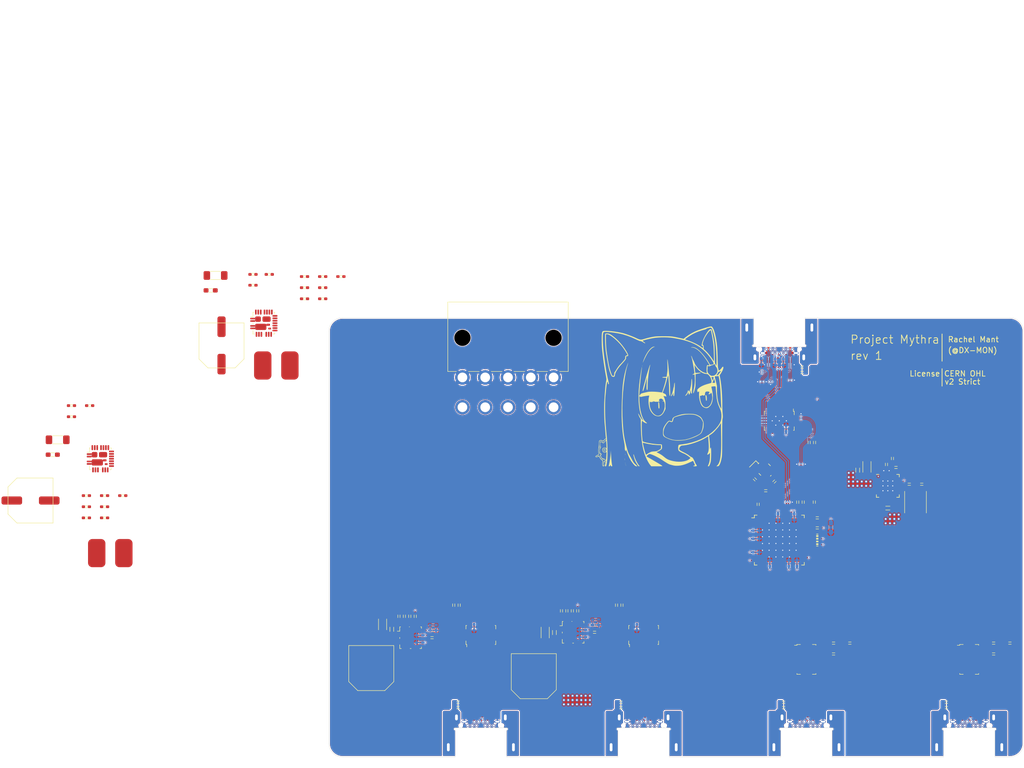
<source format=kicad_pcb>
(kicad_pcb (version 20210722) (generator pcbnew)
  (layers (0 "F.Cu" mixed) (1 "In1.Cu" power) (2 "In2.Cu" power) (3 "In3.Cu" signal) (4 "In4.Cu" power) (31 "B.Cu" mixed) (34 "B.Paste" user) (35 "F.Paste" user) (36 "B.SilkS" user "B.Silkscreen") (37 "F.SilkS" user "F.Silkscreen") (38 "B.Mask" user) (39 "F.Mask" user) (44 "Edge.Cuts" user))
  (net 0 "")
  (net 1 "Net-(R2-Pad1)")
  (net 2 "GND")
  (net 3 "Net-(R3-Pad1)")
  (net 4 "/DFP1/DFP_D+")
  (net 5 "/DFP1/DFP_D-")
  (net 6 "/DFP1/DFP_TX+")
  (net 7 "/DFP1/DFP_TX-")
  (net 8 "/DFP1/DFP_RX+")
  (net 9 "/DFP1/DFP_RX-")
  (net 10 "/DFP2/DFP_D+")
  (net 11 "/DFP2/DFP_D-")
  (net 12 "/DFP2/DFP_TX+")
  (net 13 "/DFP2/DFP_TX-")
  (net 14 "/DFP2/DFP_RX+")
  (net 15 "/DFP2/DFP_RX-")
  (net 16 "/DFP3/DFP_D+")
  (net 17 "/DFP3/DFP_D-")
  (net 18 "/DFP3/DFP_TX+")
  (net 19 "/DFP3/DFP_TX-")
  (net 20 "/DFP3/DFP_RX+")
  (net 21 "/DFP3/DFP_RX-")
  (net 22 "/DFP4/DFP_D+")
  (net 23 "/DFP4/DFP_D-")
  (net 24 "/DFP4/DFP_TX+")
  (net 25 "/DFP4/DFP_TX-")
  (net 26 "/DFP4/DFP_RX+")
  (net 27 "/DFP4/DFP_RX-")
  (net 28 "/PWR4")
  (net 29 "/PWR3")
  (net 30 "/PWR2")
  (net 31 "/PWR1")
  (net 34 "/OC3")
  (net 35 "/OC1")
  (net 36 "/OC2")
  (net 37 "/OC4")
  (net 38 "Net-(C2-Pad1)")
  (net 39 "Net-(C3-Pad1)")
  (net 40 "Net-(C4-Pad1)")
  (net 41 "+1V1")
  (net 42 "+3V3")
  (net 43 "/UFP/UP_SHIELD")
  (net 44 "/UFP/UP_VBUS")
  (net 46 "Net-(J1-PadB5)")
  (net 47 "Net-(J1-PadA5)")
  (net 48 "/UFP/UP_D+")
  (net 49 "/UFP/UP_D-")
  (net 65 "+5V")
  (net 66 "/UFP/UFP_TXC+")
  (net 67 "/UFP/UFP_TX+")
  (net 68 "/UFP/UFP_TXC-")
  (net 69 "/UFP/UFP_TX-")
  (net 70 "/DFP1/DFP_TXC+")
  (net 71 "/DFP1/DFP_TXC-")
  (net 72 "/DFP2/DFP_TXC+")
  (net 73 "/DFP2/DFP_TXC-")
  (net 74 "/DFP3/DFP_TXC+")
  (net 75 "/DFP3/DFP_TXC-")
  (net 76 "/DFP4/DFP_TXC+")
  (net 77 "/DFP4/DFP_TXC-")
  (net 78 "/UFP/UFP_TX1+")
  (net 79 "/UFP/UFP_TX1-")
  (net 80 "Net-(R9-Pad1)")
  (net 81 "Net-(R9-Pad3)")
  (net 82 "Net-(R9-Pad5)")
  (net 83 "Net-(R9-Pad7)")
  (net 84 "Net-(R10-Pad1)")
  (net 85 "+12V")
  (net 86 "+24V")
  (net 87 "Net-(C21-Pad1)")
  (net 89 "Net-(C22-Pad2)")
  (net 90 "Net-(R11-Pad1)")
  (net 91 "Net-(C22-Pad1)")
  (net 92 "Net-(R13-Pad1)")
  (net 93 "/DFP1/DN_SHIELD")
  (net 94 "/DFP2/DN_SHIELD")
  (net 95 "/DFP3/DN_SHIELD")
  (net 96 "/DFP4/DN_SHIELD")
  (net 97 "/UFP/UFP_RX2-")
  (net 98 "/UFP/UFP_RX2+")
  (net 101 "/UFP/UFP_TX2+")
  (net 102 "/UFP/UFP_TX2-")
  (net 103 "/UFP/UFP_RX1-")
  (net 104 "/UFP/UFP_RX1+")
  (net 107 "/DFP1/DFP_TX1+")
  (net 108 "/DFP1/DFP_TX1-")
  (net 109 "/DFP1/DFP_RX2-")
  (net 110 "/DFP1/DFP_RX2+")
  (net 113 "/DFP1/DFP_TX2+")
  (net 114 "/DFP1/DFP_TX2-")
  (net 115 "/DFP1/DFP_RX1-")
  (net 116 "/DFP1/DFP_RX1+")
  (net 119 "/DFP2/DFP_TX1+")
  (net 120 "/DFP2/DFP_TX1-")
  (net 121 "/DFP2/DFP_RX2-")
  (net 122 "/DFP2/DFP_RX2+")
  (net 125 "/DFP2/DFP_TX2+")
  (net 126 "/DFP2/DFP_TX2-")
  (net 127 "/DFP2/DFP_RX1-")
  (net 128 "/DFP2/DFP_RX1+")
  (net 131 "/DFP3/DFP_TX1+")
  (net 132 "/DFP3/DFP_TX1-")
  (net 133 "/DFP3/DFP_RX2-")
  (net 134 "/DFP3/DFP_RX2+")
  (net 137 "/DFP3/DFP_TX2+")
  (net 138 "/DFP3/DFP_TX2-")
  (net 139 "/DFP3/DFP_RX1-")
  (net 140 "/DFP3/DFP_RX1+")
  (net 143 "/DFP4/DFP_TX1+")
  (net 144 "/DFP4/DFP_TX1-")
  (net 145 "/DFP4/DFP_RX2-")
  (net 146 "/DFP4/DFP_RX2+")
  (net 147 "/DFP4/DFP_TX2+")
  (net 148 "/DFP4/DFP_TX2-")
  (net 149 "/DFP4/DFP_RX1-")
  (net 150 "/DFP4/DFP_RX1+")
  (net 151 "/UFP/UFP_RX+")
  (net 152 "/UFP/UFP_RX-")
  (net 209 "Net-(C41-Pad1)")
  (net 210 "Net-(C41-Pad2)")
  (net 211 "Net-(C44-Pad1)")
  (net 212 "Net-(C44-Pad2)")
  (net 213 "Net-(C47-Pad1)")
  (net 214 "Net-(C47-Pad2)")
  (net 215 "Net-(C50-Pad1)")
  (net 216 "Net-(C50-Pad2)")
  (net 217 "/DFP1/DFP_VBUS")
  (net 218 "/DFP2/DFP_VBUS")
  (net 219 "/DFP3/DFP_VBUS")
  (net 220 "/DFP4/DFP_VBUS")
  (net 221 "Net-(R20-Pad1)")
  (net 222 "/DFP1/DFP_SMPS_VDD")
  (net 223 "Net-(R27-Pad1)")
  (net 224 "/DFP2/DFP_SMPS_VDD")
  (net 225 "Net-(R34-Pad1)")
  (net 226 "/DFP3/DFP_SMPS_VDD")
  (net 227 "Net-(R41-Pad1)")
  (net 228 "/DFP4/DFP_SMPS_VDD")
  (net 229 "Net-(C40-Pad1)")
  (net 230 "Net-(C43-Pad1)")
  (net 231 "Net-(C46-Pad1)")
  (net 232 "Net-(C49-Pad1)")
  (net 233 "Net-(R18-Pad2)")
  (net 234 "Net-(R19-Pad2)")
  (net 235 "Net-(R22-Pad2)")
  (net 237 "Net-(R25-Pad2)")
  (net 238 "Net-(R26-Pad2)")
  (net 239 "Net-(R29-Pad2)")
  (net 241 "Net-(R32-Pad2)")
  (net 242 "Net-(R33-Pad2)")
  (net 243 "Net-(R36-Pad2)")
  (net 245 "Net-(R39-Pad2)")
  (net 246 "Net-(R40-Pad2)")
  (net 247 "Net-(R43-Pad2)")
  (net 249 "/DFP1/DFP_SMPS_SW")
  (net 250 "unconnected-(U8-Pad10)")
  (net 251 "/DFP1/DFP_SMPS_EN")
  (net 252 "/DFP2/DFP_SMPS_SW")
  (net 253 "unconnected-(U9-Pad10)")
  (net 254 "/DFP2/DFP_SMPS_EN")
  (net 255 "/DFP3/DFP_SMPS_SW")
  (net 257 "/DFP3/DFP_SMPS_EN")
  (net 258 "/DFP4/DFP_SMPS_SW")
  (net 260 "/DFP4/DFP_SMPS_EN")
  (footprint "rhais_rcl:R0402" (layer "F.Cu") (at 157 97.75)
    (fp_text reference "R10")
    (fp_text value "10k")
  )
  (footprint "rhais_rcl:C0402" (layer "F.Cu") (at 56 51)
    (fp_text reference "C47")
    (fp_text value "0.1uF")
  )
  (footprint "rhais_rcl:C0402" (layer "F.Cu") (at 22.9 75.2)
    (fp_text reference "C50")
    (fp_text value "0.1uF")
  )
  (footprint "rhais_rcl:R0402" (layer "F.Cu") (at 79.9 114.05 90)
    (fp_text reference "R20")
    (fp_text value "2R2" hide)
  )
  (footprint "rhais_rcl:R0402" (layer "F.Cu") (at 69.2 51.4)
    (fp_text reference "R32")
    (fp_text value "200k")
  )
  (footprint "rhais_package-vishay:MLP44-24L" (layer "F.Cu") (at 24.87 85)
    (fp_text reference "U11")
    (fp_text value "SiC437/8")
  )
  (footprint "rhais_rcl:C0402" (layer "F.Cu") (at 110.85 113.05 -90)
    (fp_text reference "C44")
    (fp_text value "0.1uF" hide)
  )
  (footprint "rhais_rcl:C0402" (layer "F.Cu") (at 91 112 90)
    (fp_text reference "C28")
    (fp_text value "0.1uF" hide)
  )
  (footprint "rhais_rcl:C0402" (layer "F.Cu") (at 153.4 93 90)
    (fp_text reference "C4")
    (fp_text value "260nF" hide)
  )
  (footprint "rhais_rcl:C0402" (layer "F.Cu") (at 62.5 51.4)
    (fp_text reference "C45")
    (fp_text value "1uF")
  )
  (footprint "rhais_rcl:C_Elec_8.3x8.3mm" (layer "F.Cu") (at 47.2 64.1 90)
    (fp_text reference "C53")
    (fp_text value "47uF")
  )
  (footprint "rhais_rcl:R0402" (layer "F.Cu") (at 171.5 86.6)
    (fp_text reference "R11")
    (fp_text value "3.4k" hide)
  )
  (footprint "rhais_rcl:R0402" (layer "F.Cu") (at 146.1 93.4 90)
    (fp_text reference "R2")
    (fp_text value "9k53" hide)
  )
  (footprint "rhais_rcl:C0603" (layer "F.Cu") (at 78.585 116.45 90)
    (fp_text reference "C56")
    (fp_text value "1uF" hide)
  )
  (footprint "rhais_rcl:C0402" (layer "F.Cu") (at 22.3 93.85)
    (fp_text reference "C49")
    (fp_text value "2.2uF")
  )
  (footprint "rhais_package-qfn:VQFN-24-1EP_4x4mm_P0.5mm_EP2x2mm" (layer "F.Cu") (at 170 90)
    (fp_text reference "U3")
    (fp_text value "BD95861MUV" hide)
  )
  (footprint "rhais_connector-molex:39-30-1101" (layer "F.Cu") (at 100 70)
    (fp_text reference "J2")
    (fp_text value "Molex Power Input")
  )
  (footprint "rhais_osc:SMD3225" (layer "F.Cu") (at 147.3 87 -45)
    (fp_text reference "Y1")
    (fp_text value "24MHz" hide)
  )
  (footprint "rhais_rcl:C0402" (layer "F.Cu") (at 149.1 89.2 -135)
    (fp_text reference "C3")
    (fp_text value "15pF" hide)
  )
  (footprint "rhais_rcl:R0402" (layer "F.Cu") (at 150.8 130.9)
    (fp_text reference "R16")
    (fp_text value "1M" hide)
  )
  (footprint "rhais_bourns:SRN6045TA" (layer "F.Cu") (at 57.3 67.8)
    (fp_text reference "L4")
    (fp_text value "6.3µH")
  )
  (footprint "rhais_rcl:C0603" (layer "F.Cu") (at 170 94.1 180)
    (fp_text reference "C20")
    (fp_text value "22uF" hide)
  )
  (footprint "rhais_package-vishay:MLP44-24L" (layer "F.Cu") (at 112 117)
    (fp_text reference "U9")
    (fp_text value "SiC437/8" hide)
  )
  (footprint "rhais_rcl:C1206" (layer "F.Cu") (at 166.15 86.5 90)
    (fp_text reference "C19")
    (fp_text value "22uF" hide)
  )
  (footprint "rhais_package-qfn:WQFN-28-1EP_3.5x5.5_P0.5mm_EP2x4mm" (layer "F.Cu") (at 155 122)
    (fp_text reference "U6")
    (fp_text value "HD3SS460")
  )
  (footprint "rhais_rcl:R0402" (layer "F.Cu") (at 62.5 55.5)
    (fp_text reference "R33")
    (fp_text value "51k")
  )
  (footprint "rhais_rcl:R0402" (layer "F.Cu") (at 19.55 77.25)
    (fp_text reference "R41")
    (fp_text value "2R2")
  )
  (footprint "rhais_rcl:R0402" (layer "F.Cu") (at 112.85 113.05 -90)
    (fp_text reference "R26")
    (fp_text value "51k" hide)
  )
  (footprint "rhais_rcl:C0603" (layer "F.Cu") (at 164.45 87.1 90)
    (fp_text reference "C18")
    (fp_text value "10uF" hide)
  )
  (footprint "rhais_package-qfn:WQFN-28-1EP_3.5x5.5_P0.5mm_EP2x4mm" (layer "F.Cu") (at 150 78 -90)
    (fp_text reference "U2")
    (fp_text value "HD3SS460" hide)
  )
  (footprint "rhais_rcl:C0402" (layer "F.Cu") (at 80.9 114.05 -90)
    (fp_text reference "C41")
    (fp_text value "0.1uF" hide)
  )
  (footprint "rhais_rcl:R0402" (layer "F.Cu") (at 154.2 68.1 180)
    (fp_text reference "R1")
    (fp_text value "1M" hide)
  )
  (footprint "rhais_rcl:C0402" (layer "F.Cu") (at 154.2 69.1 180)
    (fp_text reference "C1")
    (fp_text value "0.1uF" hide)
  )
  (footprint "rhais_bourns:SRN6045TA" (layer "F.Cu") (at 26.7 102.4)
    (fp_text reference "L5")
    (fp_text value "6.3µH")
  )
  (footprint "rhais_rcl:C1206" (layer "F.Cu") (at 106.85 117.05 -90)
    (fp_text reference "C57")
    (fp_text value "10uF" hide)
  )
  (footprint "rhais_usb:USB-3.1-Type-C_In-PCB" (layer "F.Cu") (at 125 134.6)
    (fp_text reference "J4")
    (fp_text value "918-418K2022C40000" hide)
    (fp_line (start -4.75 0) (end 4.75 0) (layer "Edge.Cuts") (width 0.05))
    (fp_line (start -4.75 0.5) (end -4.75 5.4) (layer "Edge.Cuts") (width 0.05))
    (fp_line (start 4.75 0.5) (end 4.75 5.4) (layer "Edge.Cuts") (width 0.05))
    (fp_arc (start 4.75 0.25) (end 4.75 0.5) (angle -180) (layer "Edge.Cuts") (width 0.05))
    (fp_arc (start -4.75 0.25) (end -4.75 0) (angle -180) (layer "Edge.Cuts") (width 0.05))
  )
  (footprint "rhais_package-vishay:MLP44-24L" (layer "F.Cu") (at 55 60)
    (fp_text reference "U10")
    (fp_text value "SiC437/8")
  )
  (footprint "rhais_rcl:C0402" (layer "F.Cu") (at 150.8 129.9)
    (fp_text reference "C25")
    (fp_text value "0.1uF" hide)
  )
  (footprint "rhais_rcl:C0402" (layer "F.Cu") (at 121 112 90)
    (fp_text reference "C31")
    (fp_text value "0.1uF")
  )
  (footprint "rhais_bourns:SRN6045TA" (layer "F.Cu") (at 84 124.1)
    (fp_text reference "L2")
    (fp_text value "6.3µH" hide)
  )
  (footprint "rhais_rcl:R0402" (layer "F.Cu") (at 65.85 53.45)
    (fp_text reference "R38")
    (fp_text value "2.3k")
  )
  (footprint "rhais_rcl:C0402" (layer "F.Cu") (at 160 119)
    (fp_text reference "C34")
    (fp_text value "0.1uF")
  )
  (footprint "rhais_rcl:C_Elec_8.3x8.3mm" (layer "F.Cu") (at 104.75 125.1 90)
    (fp_text reference "C52")
    (fp_text value "47uF" hide)
  )
  (footprint "rhais_rcl:C0402" (layer "F.Cu") (at 160 121)
    (fp_text reference "C33")
    (fp_text value "0.1uF")
  )
  (footprint "rhais_rcl:R0402" (layer "F.Cu") (at 25.65 91.8)
    (fp_text reference "R43")
    (fp_text value "36.7k")
  )
  (footprint "rhais_rcl:C0402" (layer "F.Cu") (at 176.25 89.7)
    (fp_text reference "C22")
    (fp_text value "0.1uF" hide)
  )
  (footprint "rhais_rcl:C0402" (layer "F.Cu") (at 120.8 129.9)
    (fp_text reference "C24")
    (fp_text value "0.1uF" hide)
  )
  (footprint "rhais_rcl:R0402" (layer "F.Cu") (at 53 51)
    (fp_text reference "R35")
    (fp_text value "10k")
  )
  (footprint "rhais_rcl:C0603" (layer "F.Cu") (at 108.55 117.05 -90)
    (fp_text reference "C58")
    (fp_text value "1uF" hide)
  )
  (footprint "rhais_rcl:C0402" (layer "F.Cu") (at 192.5 119)
    (fp_text reference "C38")
    (fp_text value "0.1uF")
  )
  (footprint "rhais_rcl:R0402" (layer "F.Cu") (at 86.2 116.65 180)
    (fp_text reference "R22")
    (fp_text value "36.7k" hide)
  )
  (footprint "rhais_rcl:R0402" (layer "F.Cu") (at 81.9 114.05 -90)
    (fp_text reference "R18")
    (fp_text value "200k" hide)
  )
  (footprint "pkl_dipol:R_Array_Convex_4x0402" (layer "F.Cu") (at 157 100)
    (fp_text reference "R9")
    (fp_text value "10k" hide)
  )
  (footprint "rhais_rcl:R0402" (layer "F.Cu") (at 25.65 95.9)
    (fp_text reference "R44")
    (fp_text value "14k")
  )
  (footprint "rhais_rcl:R0402" (layer "F.Cu") (at 120.8 130.9)
    (fp_text reference "R15")
    (fp_text value "1M" hide)
  )
  (footprint "rhais_rcl:R0402" (layer "F.Cu") (at 147.5 90.9)
    (fp_text reference "R4")
    (fp_text value "1M" hide)
  )
  (footprint "rhais_rcl:R0402" (layer "F.Cu") (at 86 118)
    (fp_text reference "R21")
    (fp_text value "10k" hide)
  )
  (footprint "rhais_rcl:C_Elec_8.3x8.3mm" (layer "F.Cu") (at 12 92.7)
    (fp_text reference "C54")
    (fp_text value "47uF")
  )
  (footprint "rhais_rcl:C0402" (layer "F.Cu") (at 169.75 86.05 90)
    (fp_text reference "C21")
    (fp_text value "4.7uF" hide)
  )
  (footprint "rhais_rcl:R0402" (layer "F.Cu") (at 53 53)
    (fp_text reference "R34")
    (fp_text value "2R2")
  )
  (footprint "rhais_rcl:R0402" (layer "F.Cu") (at 22.3 95.9)
    (fp_text reference "R40")
    (fp_text value "51k")
  )
  (footprint "rhais_rcl:R0402" (layer "F.Cu") (at 170.85 84.95 -90)
    (fp_text reference "R12")
    (fp_text value "10k" hide)
  )
  (footprint "rhais_rcl:R0402" (layer "F.Cu") (at 111.85 113.05 -90)
    (fp_text reference "R25")
    (fp_text value "200k" hide)
  )
  (footprint "rhais_rcl:C0402" (layer "F.Cu") (at 189.5 119)
    (fp_text reference "C37")
    (fp_text value "0.1uF")
  )
  (footprint "rhais_package-qfn:WQFN-28-1EP_3.5x5.5_P0.5mm_EP2x4mm" (layer "F.Cu") (at 95 117.5 90)
    (fp_text reference "U4")
    (fp_text value "HD3SS460" hide)
  )
  (footprint "rhais_usb:USB-3.1-Type-C_In-PCB" (layer "F.Cu") (at 155 134.6)
    (fp_text reference "J5")
    (fp_text value "918-418K2022C40000" hide)
    (fp_line (start 4.75 0.5) (end 4.75 5.4) (layer "Edge.Cuts") (width 0.05))
    (fp_line (start -4.75 0) (end 4.75 0) (layer "Edge.Cuts") (width 0.05))
    (fp_line (start -4.75 0.5) (end -4.75 5.4) (layer "Edge.Cuts") (width 0.05))
    (fp_arc (start 4.75 0.25) (end 4.75 0.5) (angle -180) (layer "Edge.Cuts") (width 0.05))
    (fp_arc (start -4.75 0.25) (end -4.75 0) (angle -180) (layer "Edge.Cuts") (width 0.05))
  )
  (footprint "rhais_rcl:C0402" (layer "F.Cu") (at 90 112 90)
    (fp_text reference "C27")
    (fp_text value "0.1uF" hide)
  )
  (footprint "rhais_usb:USB-3.1-Type-C_In-PCB" (layer "F.Cu") (at 150 64.4 180)
    (fp_text reference "J1")
    (fp_text value "918-418K2022C40000" hide)
    (fp_line (start -4.75 0.5) (end -4.75 5.4) (layer "Edge.Cuts") (width 0.05))
    (fp_line (start -4.75 0) (end 4.75 0) (layer "Edge.Cuts") (width 0.05))
    (fp_line (start 4.75 0.5) (end 4.75 5.4) (layer "Edge.Cuts") (width 0.05))
    (fp_arc (start 4.75 0.25) (end 4.75 0.5) (angle -180) (layer "Edge.Cuts") (width 0.05))
    (fp_arc (start -4.75 0.25) (end -4.75 0) (angle -180) (layer "Edge.Cuts") (width 0.05))
  )
  (footprint "rhais_bourns:SRN6045TA" (layer "F.Cu") (at 112.5 124.2 -90)
    (fp_text reference "L3")
    (fp_text value "6.3µH" hide)
  )
  (footprint "rhais_rcl:R0402" (layer "F.Cu") (at 173.95 89.7)
    (fp_text reference "R13")
    (fp_text value "20R" hide)
  )
  (footprint "rhais_rcl:R0402" (layer "F.Cu") (at 90.8 130.9)
    (fp_text reference "R14")
    (fp_text value "1M" hide)
  )
  (footprint "rhais_rcl:C1206" (layer "F.Cu") (at 46.1 51.2)
    (fp_text reference "C59")
    (fp_text value "10uF")
  )
  (footprint "rhais_rcl:C0603" (layer "F.Cu") (at 45.2 53.95)
    (fp_text reference "C60")
    (fp_text value "1uF")
  )
  (footprint "rhais_rcl:C0603" (layer "F.Cu") (at 16.1 84.25)
    (fp_text reference "C62")
    (fp_text value "1uF")
  )
  (footprint "rhais_rcl:C_Elec_8.3x8.3mm" (layer "F.Cu") (at 74.8 123.6 90)
    (fp_text reference "C51")
    (fp_text value "47uF" hide)
  )
  (footprint "rhais_package-vishay:MLP44-24L" (layer "F.Cu") (at 82.05 118)
    (fp_text reference "U8")
    (fp_text value "SiC437/8" hide)
  )
  (footprint "rhais_rcl:R0402" (layer "F.Cu") (at 116.15 115.65 180)
    (fp_text reference "R29")
    (fp_text value "36.7k" hide)
  )
  (footprint "rhais_rcl:C0402" (layer "F.Cu") (at 22.3 91.8)
    (fp_text reference "C48")
    (fp_text value "1uF")
  )
  (footprint "rhais_rcl:R0402" (layer "F.Cu") (at 25.65 93.85)
    (fp_text reference "R45")
    (fp_text value "2.3k")
  )
  (footprint "rhais_rcl:C0402" (layer "F.Cu") (at 90.8 129.9)
    (fp_text reference "C23")
    (fp_text value "0.1uF" hide)
  )
  (footprint "rhais_package-qfn:WQFN-28-1EP_3.5x5.5_P0.5mm_EP2x4mm" (layer "F.Cu") (at 185 122)
    (fp_text reference "U7")
    (fp_text value "HD3SS460")
  )
  (footprint "rhais_rcl:R0402" (layer "F.Cu") (at 180.8 130.9)
    (fp_text reference "R17")
    (fp_text value "1M" hide)
  )
  (footprint "rhais_usb:USB-3.1-Type-C_In-PCB" (layer "F.Cu") (at 95 134.6)
    (fp_text reference "J3")
    (fp_text value "918-418K2022C40000" hide)
    (fp_line (start -4.75 0) (end 4.75 0) (layer "Edge.Cuts") (width 0.05))
    (fp_line (start -4.75 0.5) (end -4.75 5.4) (layer "Edge.Cuts") (width 0.05))
    (fp_line (start 4.75 0.5) (end 4.75 5.4) (layer "Edge.Cuts") (width 0.05))
    (fp_arc (start 4.75 0.25) (end 4.75 0.5) (angle -180) (layer "Edge.Cuts") (width 0.05))
    (fp_arc (start -4.75 0.25) (end -4.75 0) (angle -180) (layer "Edge.Cuts") (width 0.05))
  )
  (footprint "rhais_package-qfn:WQFN-28-1EP_3.5x5.5_P0.5mm_EP2x4mm" (layer "F.Cu") (at 125 117.5 90)
    (fp_text reference "U5")
    (fp_text value "HD3SS460")
  )
  (footprint "rhais_rcl:R0402" (layer "F.Cu") (at 65.85 55.5)
    (fp_text reference "R37")
    (fp_text value "14k")
  )
  (footprint "rhais_rcl:R0402" (layer "F.Cu") (at 65.85 51.4)
    (fp_text reference "R36")
    (fp_text value "36.7k")
  )
  (footprint "lethalbit-graphics:nya_a" (layer "F.Cu") (at 128.553015 73.272138)
    (fp_text reference "G***" hide)
    (fp_text value "nya_a" hide)
  )
  (footprint "rhais_rcl:C0402" (layer "F.Cu") (at 155.5 82 -90)
    (fp_text reference "C7")
    (fp_text value "0.1uF" hide)
  )
  (footprint "rhais_rcl:R0402" (layer "F.Cu") (at 19.55 75.2)
    (fp_text reference "R42")
    (fp_text value "10k")
  )
  (footprint "rhais_rcl:R0402" (layer "F.Cu") (at 109.85 113.05 90)
    (fp_text reference "R27")
    (fp_text value "2R2" hide)
  )
  (footprint "rhais_rcl:C1206" (layer "F.Cu") (at 76.885 115.55 90)
    (fp_text reference "C55")
    (fp_text value "10uF" hide)
  )
  (footprint "rhais_rcl:R0402" (layer "F.Cu") (at 115.95 117)
    (fp_text reference "R28")
    (fp_text value "10k" hide)
  )
  (footprint "rhais_rcl:C0402" (layer "F.Cu") (at 180.8 129.9)
    (fp_text reference "C26")
    (fp_text value "0.1uF" hide)
  )
  (footprint "rhais_usb:USB-3.1-Type-C_In-PCB" (layer "F.Cu") (at 185 134.6)
    (fp_text reference "J6")
    (fp_text value "918-418K2022C40000" hide)
    (fp_line (start -4.75 0.5) (end -4.75 5.4) (layer "Edge.Cuts") (width 0.05))
    (fp_line (start 4.75 0.5) (end 4.75 5.4) (layer "Edge.Cuts") (width 0.05))
    (fp_line (start -4.75 0) (end 4.75 0) (layer "Edge.Cuts") (width 0.05))
    (fp_arc (start 4.75 0.25) (end 4.75 0.5) (angle -180) (layer "Edge.Cuts") (width 0.05))
    (fp_arc (start -4.75 0.25) (end -4.75 0) (angle -180) (layer "Edge.Cuts") (width 0.05))
  )
  (footprint "rhais_package-qfn:QFN-64-1EP_9x9mm_P0.5mm_EP6x6mm" (layer "F.Cu") (at 150 100)
    (fp_text reference "U1")
    (fp_text value "TUSB8042A" hide)
  )
  (footprint "rhais_rcl:C0402" (layer "F.Cu") (at 163 119)
    (fp_text reference "C35")
    (fp_text value "0.1uF")
  )
  (footprint "rhais_rcl:R0402" (layer "F.Cu") (at 154.4 93 90)
    (fp_text reference "R3")
    (fp_text value "10k")
  )
  (footprint "rhais_rcl:R0402" (layer "F.Cu") (at 157 95.9)
    (fp_text reference "R6")
    (fp_text value "10k" hide)
  )
  (footprint "rhais_rcl:R0402" (layer "F.Cu") (at 29 91.8)
    (fp_text reference "R39")
    (fp_text value "200k")
  )
  (footprint "rhais_rcl:C0402" (layer "F.Cu") (at 120 112 90)
    (fp_text reference "C30")
    (fp_text value "0.1uF")
  )
  (footprint "rhais_rcl:R0402" (layer "F.Cu") (at 82.9 114.05 -90)
    (fp_text reference "R19")
    (fp_text value "51k" hide)
  )
  (footprint "rhais_rcl:C0402" (layer "F.Cu") (at 189.5 121)
    (fp_text reference "C36")
    (fp_text value "0.1uF")
  )
  (footprint "rhais_rcl:R0402" (layer "F.Cu") (at 156.45 93 -90)
    (fp_text reference "R5")
    (fp_text value "90k9" hide)
  )
  (footprint "rhais_rcl:C1206" (layer "F.Cu") (at 17 81.5)
    (fp_text reference "C61")
    (fp_text value "10uF")
  )
  (footprint "rhais_rcl:C0402" (layer "F.Cu") (at 145.5 88.8 -45)
    (fp_text reference "C2")
    (fp_text value "15pF" hide)
  )
  (footprint "rhais_rcl:C0402" (layer "F.Cu") (at 62.5 53.45)
    (fp_text reference "C46")
    (fp_text value "2.2uF")
  )
  (footprint "rhais_rcl:C0402" (layer "F.Cu") (at 156.5 82 -90)
    (fp_text reference "C6")
    (fp_text value "0.1uF" hide)
  )
  (footprint "rhais_coilcraft:XAL40xx" (layer "F.Cu") (at 175.1 93 -90)
    (fp_text reference "L1")
    (fp_text value "3.3uH" hide)
  )
  (footprint "rhais_rcl:C0402" (layer "B.Cu") (at 113.7 117.9 180)
    (fp_text reference "C43")
    (fp_text value "2.2uF" hide)
  )
  (footprint "rhais_rcl:C0603" (layer "B.Cu") (at 159.5 97.7 -90)
    (fp_text reference "C17")
    (fp_text value "10uF" hide)
  )
  (footprint "rhais_rcl:R0402" (layer "B.Cu") (at 116.15 115.65)
    (fp_text reference "R31")
    (fp_text value "2.3k" hide)
  )
  (footprint "rhais_rcl:C0402" (layer "B.Cu") (at 146.7 67.1 90)
    (fp_text reference "C5")
    (fp_text value "0.1uF" hide)
  )
  (footprint "rhais_rcl:C0402" (layer "B.Cu") (at 145.75 102.25)
    (fp_text reference "C12")
    (fp_text value "0.1uF" hide)
  )
  (footprint "rhais_rcl:C0402" (layer "B.Cu") (at 152.75 95.75 -90)
    (fp_text reference "C16")
    (fp_text value "0.1uF" hide)
  )
  (footprint "rhais_rcl:C0402" (layer "B.Cu") (at 151.25 79.4 -90)
    (fp_text reference "C8")
    (fp_text value "0.1uF" hide)
  )
  (footprint "rhais_rcl:R0402" (layer "B.Cu") (at 149.25 67.2 -90)
    (fp_text reference "R8")
    (fp_text value "5k1" hide)
  )
  (footprint "rhais_rcl:C0402" (layer "B.Cu") (at 83.7 118.9 180)
    (fp_text reference "C40")
    (fp_text value "2.2uF" hide)
  )
  (footprint "rhais_rcl:R0402" (layer "B.Cu") (at 150.75 67.2 -90)
    (fp_text reference "R7")
    (fp_text value "5k1" hide)
  )
  (footprint "rhais_rcl:C0402" (layer "B.Cu") (at 148.25 104.25 90)
    (fp_text reference "C9")
    (fp_text value "0.1uF" hide)
  )
  (footprint "rhais_rcl:C0402" (layer "B.Cu") (at 145.75 98.25)
    (fp_text reference "C14")
    (fp_text value "0.1uF" hide)
  )
  (footprint "rhais_rcl:C0402" (layer "B.Cu") (at 153.25 104.25 90)
    (fp_text reference "C11")
    (fp_text value "0.1uF" hide)
  )
  (footprint "rhais_rcl:R0402" (layer "B.Cu") (at 86.2 116.65)
    (fp_text reference "R24")
    (fp_text value "2.3k" hide)
  )
  (footprint "rhais_rcl:R0402" (layer "B.Cu") (at 116.15 114.65 180)
    (fp_text reference "R30")
    (fp_text value "14k" hide)
  )
  (footprint "rhais_rcl:C0402" (layer "B.Cu") (at 123.75 116.1 90)
    (fp_text reference "C32")
    (fp_text value "0.1uF")
  )
  (footprint "rhais_rcl:C0402" (layer "B.Cu") (at 93.75 116.1 90)
    (fp_text reference "C29")
    (fp_text value "0.1uF" hide)
  )
  (footprint "rhais_rcl:C0402" (layer "B.Cu") (at 149.75 95.75 -90)
    (fp_text reference "C15")
    (fp_text value "0.1uF" hide)
  )
  (footprint "rhais_rcl:R0402" (layer "B.Cu") (at 86.2 115.65 180)
    (fp_text reference "R23")
    (fp_text value "14k" hide)
  )
  (footprint "rhais_rcl:C0402" (layer "B.Cu") (at 83.7 117.55 180)
    (fp_text reference "C39")
    (fp_text value "1uF" hide)
  )
  (footprint "rhais_rcl:C0402" (layer "B.Cu") (at 113.7 116.55 180)
    (fp_text reference "C42")
    (fp_text value "1uF" hide)
  )
  (footprint "rhais_rcl:C0402" (layer "B.Cu") (at 151.75 104.25 90)
    (fp_text reference "C10")
    (fp_text value "0.1uF" hide)
  )
  (footprint "rhais_rcl:C0402" (layer "B.Cu") (at 145.75 99.75)
    (fp_text reference "C13")
    (fp_text value "0.1uF" hide)
  )
  (gr_line (start 180 68.4) (end 180 71.6) (layer "F.SilkS") (width 0.15))
  (gr_line (start 180 62) (end 180 67) (layer "F.SilkS") (width 0.15))
  (gr_line (start 67 137.5) (end 67 61.5) (layer "Edge.Cuts") (width 0.05))
  (gr_line (start 189.75 140) (end 192.5 140) (layer "Edge.Cuts") (width 0.05))
  (gr_line (start 154.75 59) (end 192.5 59.000001) (layer "Edge.Cuts") (width 0.05))
  (gr_arc (start 192.5 61.5) (end 192.5 59.000001) (angle 90) (layer "Edge.Cuts") (width 0.05))
  (gr_line (start 129.75 140) (end 150.25 140) (layer "Edge.Cuts") (width 0.05))
  (gr_arc (start 192.500001 137.5) (end 195 137.5) (angle 90) (layer "Edge.Cuts") (width 0.05))
  (gr_arc (start 69.5 137.5) (end 69.5 139.999999) (angle 90) (layer "Edge.Cuts") (width 0.05))
  (gr_line (start 195 61.500001) (end 195 137.5) (layer "Edge.Cuts") (width 0.05))
  (gr_arc (start 69.5 61.5) (end 67.000001 61.5) (angle 90) (layer "Edge.Cuts") (width 0.05))
  (gr_line (start 99.75 140) (end 120.25 140) (layer "Edge.Cuts") (width 0.05))
  (gr_line (start 69.5 139.999999) (end 90.25 140) (layer "Edge.Cuts") (width 0.05))
  (gr_line (start 159.75 140) (end 180.25 140) (layer "Edge.Cuts") (width 0.05))
  (gr_line (start 145.25 59) (end 69.5 59.000001) (layer "Edge.Cuts") (width 0.05))
  (gr_text "(@DX-MON)" (at 181 65) (layer "F.SilkS") (effects (font (size 1 1)) (justify left)))
  (gr_text "v2 Strict" (at 180.4 70.8) (layer "F.SilkS") (effects (font (size 1 1)) (justify left)))
  (gr_text "Rachel Mant" (at 181 63) (layer "F.SilkS") (effects (font (size 1 1)) (justify left)))
  (gr_text "License" (at 179.7 69.3) (layer "F.SilkS") (effects (font (size 1 1)) (justify right)))
  (gr_text "rev 1" (at 163 66) (layer "F.SilkS") (effects (font (size 1.5 1.5)) (justify left)))
  (gr_text "Project Mythra" (at 163 63) (layer "F.SilkS") (effects (font (size 1.5 1.5)) (justify left)))
  (gr_text "CERN OHL" (at 180.3 69.3) (layer "F.SilkS") (effects (font (size 1 1)) (justify left)))
  (segment (start 146.25 94.1) (end 146.1 93.95) (width 0.2) (layer "F.Cu") (net 1))
  (segment (start 146.25 95.4) (end 146.25 94.1) (width 0.2) (layer "F.Cu") (net 1))
  (segment (start 147.25 66.8) (end 147.25 67.65) (width 0.3) (layer "F.Cu") (net 2))
  (segment (start 153.65 68.1) (end 153.65 69.1) (width 0.2) (layer "F.Cu") (net 2))
  (segment (start 152.75 66.8) (end 152.75 67.65) (width 0.3) (layer "F.Cu") (net 2))
  (segment (start 169.25 88.0125) (end 169.25 87.2) (width 0.2) (layer "F.Cu") (net 2))
  (segment (start 170.25 88.0125) (end 170.25 87.2) (width 0.2) (layer "F.Cu") (net 2))
  (via (at 146.9 101.875) (size 0.4) (drill 0.2) (layers "F.Cu" "B.Cu") (net 2))
  (via (at 151.875 96.9) (size 0.4) (drill 0.2) (layers "F.Cu" "B.Cu") (net 2))
  (via (at 149.375 101.875) (size 0.4) (drill 0.2) (layers "F.Cu" "B.Cu") (net 2))
  (via (at 170 90) (size 0.4) (drill 0.2) (layers "F.Cu" "B.Cu") (net 2))
  (via (at 147.6 70.8) (size 0.4) (drill 0.2) (layers "F.Cu" "B.Cu") (net 2))
  (via (at 150.625 103.1) (size 0.4) (drill 0.2) (layers "F.Cu" "B.Cu") (net 2))
  (via (at 150.625 99.375) (size 0.4) (drill 0.2) (layers "F.Cu" "B.Cu") (net 2))
  (via (at 149.375 99.375) (size 0.4) (drill 0.2) (layers "F.Cu" "B.Cu") (net 2))
  (via (at 150.625 98.125) (size 0.4) (drill 0.2) (layers "F.Cu" "B.Cu") (net 2))
  (via (at 151.875 103.1) (size 0.4) (drill 0.2) (layers "F.Cu" "B.Cu") (net 2))
  (via (at 169.1 90.9) (size 0.4) (drill 0.2) (layers "F.Cu" "B.Cu") (net 2))
  (via (at 149.35 77.2) (size 0.4) (drill 0.2) (layers "F.Cu" "B.Cu") (net 2))
  (via (at 154.8 86) (size 0.4) (drill 0.2) (layers "F.Cu" "B.Cu") (net 2))
  (via (at 170.9 90.9) (size 0.4) (drill 0.2) (layers "F.Cu" "B.Cu") (net 2))
  (via (at 149.375 103.1) (size 0.4) (drill 0.2) (layers "F.Cu" "B.Cu") (net 2))
  (via (at 169.1 89.1) (size 0.4) (drill 0.2) (layers "F.Cu" "B.Cu") (net 2))
  (via (at 151.875 100.625) (size 0.4) (drill 0.2) (layers "F.Cu" "B.Cu") (net 2))
  (via (at 149.35 78.8) (size 0.4) (drill 0.2) (layers "F.Cu" "B.Cu") (net 2))
  (via (at 150 78) (size 0.4) (drill 0.2) (layers "F.Cu" "B.Cu") (net 2))
  (via (at 150.625 100.625) (size 0.4) (drill 0.2) (layers "F.Cu" "B.Cu") (net 2))
  (via (at 154 76.7) (size 0.4) (drill 0.2) (layers "F.Cu" "B.Cu") (net 2))
  (via (at 153.1 99.375) (size 0.4) (drill 0.2) (layers "F.Cu" "B.Cu") (net 2))
  (via (at 148.125 96.9) (size 0.4) (drill 0.2) (layers "F.Cu" "B.Cu") (net 2))
  (via (at 153.1 101.875) (size 0.4) (drill 0.2) (layers "F.Cu" "B.Cu") (net 2))
  (via (at 153.2 86) (size 0.4) (drill 0.2) (layers "F.Cu" "B.Cu") (net 2))
  (via (at 150.625 96.9) (size 0.4) (drill 0.2) (layers "F.Cu" "B.Cu") (net 2))
  (via (at 146.9 99.375) (size 0.4) (drill 0.2) (layers "F.Cu" "B.Cu") (net 2))
  (via (at 147.25 67.65) (size 0.4) (drill 0.2) (layers "F.Cu" "B.Cu") (net 2))
  (via (at 146 70.8) (size 0.4) (drill 0.2) (layers "F.Cu" "B.Cu") (net 2))
  (via (at 150.65 77.2) (size 0.4) (drill 0.2) (layers "F.Cu" "B.Cu") (net 2))
  (via (at 149.375 96.9) (size 0.4) (drill 0.2) (layers "F.Cu" "B.Cu") (net 2))
  (via (at 170 89.1) (size 0.4) (drill 0.2) (layers "F.Cu" "B.Cu") (net 2))
  (via (at 151.875 98.125) (size 0.4) (drill 0.2) (layers "F.Cu" "B.Cu") (net 2))
  (via (at 152.8 70.5) (size 0.4) (drill 0.2) (layers "F.Cu" "B.Cu") (net 2))
  (via (at 146.3 69) (size 0.4) (drill 0.2) (layers "F.Cu" "B.Cu") (net 2))
  (via (at 150.65 78.8) (size 0.4) (drill 0.2) (layers "F.Cu" "B.Cu") (net 2))
  (via (at 148.125 103.1) (size 0.4) (drill 0.2) (layers "F.Cu" "B.Cu") (net 2))
  (via (at 170.9 89.1) (size 0.4) (drill 0.2) (layers "F.Cu" "B.Cu") (net 2))
  (via (at 169.25 87.2) (size 0.4) (drill 0.2) (layers "F.Cu" "B.Cu") (net 2))
  (via (at 151.875 99.375) (size 0.4) (drill 0.2) (layers "F.Cu" "B.Cu") (net 2))
  (via (at 150.625 101.875) (size 0.4) (drill 0.2) (layers "F.Cu" "B.Cu") (net 2))
  (via (at 151.875 101.875) (size 0.4) (drill 0.2) (layers "F.Cu" "B.Cu") (net 2))
  (via (at 151.3 78) (size 0.4) (drill 0.2) (layers "F.Cu" "B.Cu") (net 2))
  (via (at 170 90.9) (size 0.4) (drill 0.2) (layers "F.Cu" "B.Cu") (net 2))
  (via (at 148.7 78) (size 0.4) (drill 0.2) (layers "F.Cu" "B.Cu") (net 2))
  (via (at 170.9 90) (size 0.4) (drill 0.2) (layers "F.Cu" "B.Cu") (net 2))
  (via (at 146.9 98.125) (size 0.4) (drill 0.2) (layers "F.Cu" "B.Cu") (net 2))
  (via (at 149.375 98.125) (size 0.4) (drill 0.2) (layers "F.Cu" "B.Cu") (net 2))
  (via (at 153.1 100.625) (size 0.4) (drill 0.2) (layers "F.Cu" "B.Cu") (net 2))
  (via (at 149.375 100.625) (size 0.4) (drill 0.2) (layers "F.Cu" "B.Cu") (net 2))
  (via (at 170.25 87.2) (size 0.4) (drill 0.2) (layers "F.Cu" "B.Cu") (net 2))
  (via (at 148.125 101.875) (size 0.4) (drill 0.2) (layers "F.Cu" "B.Cu") (net 2))
  (via (at 146.9 100.625) (size 0.4) (drill 0.2) (layers "F.Cu" "B.Cu") (net 2))
  (via (at 169.1 90) (size 0.4) (drill 0.2) (layers "F.Cu" "B.Cu") (net 2))
  (via (at 148.4 71.3) (size 0.4) (drill 0.2) (layers "F.Cu" "B.Cu") (net 2))
  (via (at 148.125 98.125) (size 0.4) (drill 0.2) (layers "F.Cu" "B.Cu") (net 2))
  (via (at 152.4 93) (size 0.4) (drill 0.2) (layers "F.Cu" "B.Cu") (net 2))
  (via (at 153.1 98.125) (size 0.4) (drill 0.2) (layers "F.Cu" "B.Cu") (net 2))
  (via (at 152.75 67.65) (size 0.4) (drill 0.2) (layers "F.Cu" "B.Cu") (net 2))
  (via (at 148.125 100.625) (size 0.4) (drill 0.2) (layers "F.Cu" "B.Cu") (net 2))
  (via (at 148.125 99.375) (size 0.4) (drill 0.2) (layers "F.Cu" "B.Cu") (net 2))
  (segment (start 153.75 94.2) (end 154.4 93.55) (width 0.2) (layer "F.Cu") (net 3))
  (segment (start 153.75 95.4) (end 153.75 94.2) (width 0.2) (layer "F.Cu") (net 3))
  (segment (start 94.75 132.199147) (end 94.75 132.9) (width 0.2) (layer "F.Cu") (net 4))
  (segment (start 94.75 132.9) (end 95.349147 133.499147) (width 0.2) (layer "F.Cu") (net 4))
  (segment (start 95.349147 133.499147) (end 95.4 133.499147) (width 0.2) (layer "F.Cu") (net 4))
  (segment (start 95.25 132.2) (end 95.25 132.85) (width 0.2) (layer "F.Cu") (net 5))
  (via (at 95.25 132.85) (size 0.4) (drill 0.2) (layers "F.Cu" "B.Cu") (net 5))
  (segment (start 95.25 132.85) (end 94.6 133.5) (width 0.2) (layer "B.Cu") (net 5))
  (segment (start 124.75 132.2) (end 124.75 132.900853) (width 0.2) (layer "F.Cu") (net 10))
  (segment (start 125.349147 133.5) (end 125.4 133.5) (width 0.2) (layer "F.Cu") (net 10))
  (segment (start 124.75 132.900853) (end 125.349147 133.5) (width 0.2) (layer "F.Cu") (net 10))
  (segment (start 125.25 132.25) (end 125.25 132.9) (width 0.2) (layer "F.Cu") (net 11))
  (via (at 125.25 132.9) (size 0.4) (drill 0.2) (layers "F.Cu" "B.Cu") (net 11))
  (segment (start 125.25 132.9) (end 124.6 133.55) (width 0.2) (layer "B.Cu") (net 11))
  (segment (start 154.75 132.2) (end 154.75 132.900853) (width 0.2) (layer "F.Cu") (net 16))
  (segment (start 154.75 132.900853) (end 155.349147 133.5) (width 0.2) (layer "F.Cu") (net 16))
  (segment (start 155.349147 133.5) (end 155.4 133.5) (width 0.2) (layer "F.Cu") (net 16))
  (segment (start 155.25 132.2) (end 155.25 132.85) (width 0.2) (layer "F.Cu") (net 17))
  (via (at 155.25 132.85) (size 0.4) (drill 0.2) (layers "F.Cu" "B.Cu") (net 17))
  (segment (start 155.25 132.85) (end 154.6 133.5) (width 0.2) (layer "B.Cu") (net 17))
  (segment (start 185.349147 133.5) (end 185.4 133.5) (width 0.2) (layer "F.Cu") (net 22))
  (segment (start 184.75 132.900853) (end 185.349147 133.5) (width 0.2) (layer "F.Cu") (net 22))
  (segment (start 184.75 132.2) (end 184.75 132.900853) (width 0.2) (layer "F.Cu") (net 22))
  (segment (start 185.25 132.2) (end 185.25 132.85) (width 0.2) (layer "F.Cu") (net 23))
  (via (at 185.25 132.85) (size 0.4) (drill 0.2) (layers "F.Cu" "B.Cu") (net 23))
  (segment (start 185.25 132.85) (end 184.6 133.5) (width 0.2) (layer "B.Cu") (net 23))
  (segment (start 84.1 118) (end 85.45 118) (width 0.2) (layer "F.Cu") (net 35))
  (segment (start 114.05 117) (end 115.4 117) (width 0.2) (layer "F.Cu") (net 36))
  (segment (start 144.7 89.1) (end 146.5 90.9) (width 0.2) (layer "F.Cu") (net 38))
  (segment (start 144.7 88.822182) (end 144.7 89.1) (width 0.2) (layer "F.Cu") (net 38))
  (segment (start 145.111091 88.411091) (end 145 88.3) (width 0.2) (layer "F.Cu") (net 38))
  (segment (start 147.25 95.4) (end 147.25 91.2) (width 0.2) (layer "F.Cu") (net 38))
  (segment (start 146.95 90.9) (end 146.5 90.9) (width 0.2) (layer "F.Cu") (net 38))
  (segment (start 145.77972 86.823223) (end 145 87.602943) (width 0.2) (layer "F.Cu") (net 38))
  (segment (start 145.111091 88.411091) (end 144.7 88.822182) (width 0.2) (layer "F.Cu") (net 38))
  (segment (start 147.25 91.2) (end 146.95 90.9) (width 0.2) (layer "F.Cu") (net 38))
  (segment (start 145 87.602943) (end 145 88.3) (width 0.2) (layer "F.Cu") (net 38))
  (segment (start 147.75 95.4) (end 147.75 91.2) (width 0.2) (layer "F.Cu") (net 39))
  (segment (start 149.488909 88.811091) (end 149.6 88.7) (width 0.2) (layer "F.Cu") (net 39))
  (segment (start 149.488909 88.811091) (end 149.9 89.222182) (width 0.2) (layer "F.Cu") (net 39))
  (segment (start 149.6 87.956497) (end 149.6 88.7) (width 0.2) (layer "F.Cu") (net 39))
  (segment (start 148.05 90.9) (end 148.5 90.9) (width 0.2) (layer "F.Cu") (net 39))
  (segment (start 147.75 91.2) (end 148.05 90.9) (width 0.2) (layer "F.Cu") (net 39))
  (segment (start 148.82028 87.176777) (end 149.6 87.956497) (width 0.2) (layer "F.Cu") (net 39))
  (segment (start 149.9 89.5) (end 148.5 90.9) (width 0.2) (layer "F.Cu") (net 39))
  (segment (start 149.9 89.222182) (end 149.9 89.5) (width 0.2) (layer "F.Cu") (net 39))
  (segment (start 153.25 93.7) (end 153.4 93.55) (width 0.2) (layer "F.Cu") (net 40))
  (segment (start 153.25 95.4) (end 153.25 93.7) (width 0.2) (layer "F.Cu") (net 40))
  (segment (start 153.25 104.6) (end 153.25 105.4) (width 0.3) (layer "F.Cu") (net 41))
  (segment (start 172.05 86.6) (end 178 86.6) (width 0.2) (layer "F.Cu") (net 41))
  (segment (start 179 87.6) (end 179 94) (width 0.2) (layer "F.Cu") (net 41))
  (segment (start 171.4 87.2) (end 171.25 87.35) (width 0.2) (layer "F.Cu") (net 41))
  (segment (start 145.4 98.25) (end 144.6 98.25) (width 0.3) (layer "F.Cu") (net 41))
  (segment (start 178.4 94.6) (end 175.1 94.6) (width 0.2) (layer "F.Cu") (net 41))
  (segment (start 149.75 95.4) (end 149.75 94.6) (width 0.3) (layer "F.Cu") (net 41))
  (segment (start 151.75 104.6) (end 151.75 105.4) (width 0.3) (layer "F.Cu") (net 41))
  (segment (start 172.05 87.05) (end 171.9 87.2) (width 0.2) (layer "F.Cu") (net 41))
  (segment (start 145.4 102.25) (end 144.6 102.25) (width 0.3) (layer "F.Cu") (net 41))
  (segment (start 179 94) (end 178.4 94.6) (width 0.2) (layer "F.Cu") (net 41))
  (segment (start 172.05 86.6) (end 172.05 87.05) (width 0.2) (layer "F.Cu") (net 41))
  (segment (start 178 86.6) (end 179 87.6) (width 0.2) (layer "F.Cu") (net 41))
  (segment (start 145.4 99.75) (end 144.6 99.75) (width 0.3) (layer "F.Cu") (net 41))
  (segment (start 171.25 87.35) (end 171.25 88.0125) (width 0.2) (layer "F.Cu") (net 41))
  (segment (start 171.9 87.2) (end 171.4 87.2) (width 0.2) (layer "F.Cu") (net 41))
  (segment (start 152.75 95.4) (end 152.75 94.6) (width 0.3) (layer "F.Cu") (net 41))
  (segment (start 148.25 104.6) (end 148.25 105.4) (width 0.3) (layer "F.Cu") (net 41))
  (via (at 170.4 95.3) (size 0.6) (drill 0.3) (layers "F.Cu" "B.Cu") (net 41))
  (via (at 152.75 94.6) (size 0.4) (drill 0.2) (layers "F.Cu" "B.Cu") (net 41))
  (via (at 144.6 102.25) (size 0.4) (drill 0.2) (layers "F.Cu" "B.Cu") (net 41))
  (via (at 169.6 96.1) (size 0.6) (drill 0.3) (layers "F.Cu" "B.Cu") (net 41))
  (via (at 172 96.1) (size 0.6) (drill 0.3) (layers "F.Cu" "B.Cu") (net 41))
  (via (at 144.6 98.25) (size 0.4) (drill 0.2) (layers "F.Cu" "B.Cu") (net 41))
  (via (at 171.2 96.9) (size 0.6) (drill 0.3) (layers "F.Cu" "B.Cu") (net 41))
  (via (at 172 95.3) (size 0.6) (drill 0.3) (layers "F.Cu" "B.Cu") (net 41))
  (via (at 153.25 105.4) (size 0.4) (drill 0.2) (layers "F.Cu" "B.Cu") (net 41))
  (via (at 149.75 94.6) (size 0.4) (drill 0.2) (layers "F.Cu" "B.Cu") (net 41))
  (via (at 151.75 105.4) (size 0.4) (drill 0.2) (layers "F.Cu" "B.Cu") (net 41))
  (via (at 159.5 96.1) (size 0.4) (drill 0.2) (layers "F.Cu" "B.Cu") (net 41))
  (via (at 170.4 96.1) (size 0.6) (drill 0.3) (layers "F.Cu" "B.Cu") (net 41))
  (via (at 171.2 96.1) (size 0.6) (drill 0.3) (layers "F.Cu" "B.Cu") (net 41))
  (via (at 169.6 96.9) (size 0.6) (drill 0.3) (layers "F.Cu" "B.Cu") (net 41))
  (via (at 148.25 105.4) (size 0.4) (drill 0.2) (layers "F.Cu" "B.Cu") (net 41))
  (via (at 171.2 95.3) (size 0.6) (drill 0.3) (layers "F.Cu" "B.Cu") (net 41))
  (via (at 144.6 99.75) (size 0.4) (drill 0.2) (layers "F.Cu" "B.Cu") (net 41))
  (via (at 170.4 96.9) (size 0.6) (drill 0.3) (layers "F.Cu" "B.Cu") (net 41))
  (segment (start 145.2 98.25) (end 144.6 98.25) (width 0.3) (layer "B.Cu") (net 41))
  (segment (start 148.25 104.8) (end 148.25 105.4) (width 0.3) (layer "B.Cu") (net 41))
  (segment (start 145.2 99.75) (end 144.6 99.75) (width 0.3) (layer "B.Cu") (net 41))
  (segment (start 153.25 104.8) (end 153.25 105.4) (width 0.3) (layer "B.Cu") (net 41))
  (segment (start 152.75 95.2) (end 152.75 94.6) (width 0.3) (layer "B.Cu") (net 41))
  (segment (start 159.5 96.85) (end 159.5 96.1) (width 0.3) (layer "B.Cu") (net 41))
  (segment (start 149.75 95.2) (end 149.75 94.6) (width 0.3) (layer "B.Cu") (net 41))
  (segment (start 145.2 102.25) (end 144.6 102.25) (width 0.3) (layer "B.Cu") (net 41))
  (segment (start 151.75 104.8) (end 151.75 105.4) (width 0.3) (layer "B.Cu") (net 41))
  (segment (start 157.55 97.75) (end 158.15 97.75) (width 0.2) (layer "F.Cu") (net 42))
  (segment (start 152.25 95.4) (end 152.25 94.6) (width 0.3) (layer "F.Cu") (net 42))
  (segment (start 154.6 103.25) (end 155.4 103.25) (width 0.3) (layer "F.Cu") (net 42))
  (segment (start 151.25 79.75) (end 151.25 80.55) (width 0.3) (layer "F.Cu") (net 42))
  (segment (start 145.4 103.75) (end 144.6 103.75) (width 0.3) (layer "F.Cu") (net 42))
  (segment (start 157.5 100.85) (end 158.05 100.85) (width 0.2) (layer "F.Cu") (net 42))
  (segment (start 157.5 99.75) (end 158.05 99.75) (width 0.2) (layer "F.Cu") (net 42))
  (segment (start 148.75 79.75) (end 148.75 80.55) (width 0.3) (layer "F.Cu") (net 42))
  (via (at 158.05 100.85) (size 0.4) (drill 0.2) (layers "F.Cu" "B.Cu") (net 42))
  (via (at 151.25 80.55) (size 0.4) (drill 0.2) (layers "F.Cu" "B.Cu") (net 42))
  (via (at 148.75 80.55) (size 0.4) (drill 0.2) (layers "F.Cu" "B.Cu") (net 42))
  (via (at 144.6 103.75) (size 0.4) (drill 0.2) (layers "F.Cu" "B.Cu") (net 42))
  (via (at 158.15 97.75) (size 0.4) (drill 0.2) (layers "F.Cu" "B.Cu") (net 42))
  (via (at 155.4 103.25) (size 0.4) (drill 0.2) (layers "F.Cu" "B.Cu") (net 42))
  (via (at 152.25 94.6) (size 0.4) (drill 0.2) (layers "F.Cu" "B.Cu") (net 42))
  (via (at 158.05 99.75) (size 0.4) (drill 0.2) (layers "F.Cu" "B.Cu") (net 42))
  (segment (start 151.25 79.95) (end 151.25 80.55) (width 0.3) (layer "B.Cu") (net 42))
  (segment (start 156.45 93.55) (end 156.45 95.9) (width 0.2) (layer "F.Cu") (net 44))
  (segment (start 156.1 96.25) (end 156.45 95.9) (width 0.2) (layer "F.Cu") (net 44))
  (segment (start 154.6 96.25) (end 156.1 96.25) (width 0.2) (layer "F.Cu") (net 44))
  (via (at 149.2 65.95) (size 0.4) (drill 0.2) (layers "F.Cu" "B.Cu") (net 46))
  (segment (start 149.25 66.6) (end 149.25 66) (width 0.2) (layer "B.Cu") (net 46))
  (segment (start 149.25 66) (end 149.2 65.95) (width 0.2) (layer "B.Cu") (net 46))
  (segment (start 150.75 66.05) (end 150.8 66) (width 0.2) (layer "F.Cu") (net 47))
  (segment (start 150.8 66) (end 150.75 66.1) (width 0.1) (layer "F.Cu") (net 47))
  (segment (start 150.75 66.8) (end 150.75 66.05) (width 0.2) (layer "F.Cu") (net 47))
  (via (at 150.8 66) (size 0.4) (drill 0.2) (layers "F.Cu" "B.Cu") (net 47))
  (segment (start 150.8 66) (end 150.75 66.1) (width 0.1) (layer "B.Cu") (net 47))
  (segment (start 150.75 66.6) (end 150.75 66.05) (width 0.2) (layer "B.Cu") (net 47))
  (segment (start 150.75 66.05) (end 150.8 66) (width 0.2) (layer "B.Cu") (net 47))
  (segment (start 151.690628 93.085572) (end 151.7762 93) (width 0.228854) (layer "F.Cu") (net 48))
  (segment (start 150.25 66.099147) (end 149.650853 65.5) (width 0.2) (layer "F.Cu") (net 48))
  (segment (start 150.25 66.8) (end 150.190628 66.859372) (width 0.228854) (layer "F.Cu") (net 48))
  (segment (start 150.190628 68.314428) (end 150.2762 68.4) (width 0.228854) (layer "F.Cu") (net 48))
  (segment (start 150.190628 66.859372) (end 150.190628 68.314428) (width 0.228854) (layer "F.Cu") (net 48))
  (segment (start 151.690628 95.340628) (end 151.690628 93.085572) (width 0.228854) (layer "F.Cu") (net 48))
  (segment (start 150.25 66.8) (end 150.25 66.099147) (width 0.2) (layer "F.Cu") (net 48))
  (segment (start 149.650853 65.5) (end 149.6 65.5) (width 0.2) (layer "F.Cu") (net 48))
  (segment (start 151.75 95.4) (end 151.690628 95.340628) (width 0.228854) (layer "F.Cu") (net 48))
  (via (at 151.7762 93) (size 0.4) (drill 0.2) (layers "F.Cu" "B.Cu") (net 48))
  (via (at 150.2762 68.4) (size 0.4) (drill 0.2) (layers "F.Cu" "B.Cu") (net 48))
  (via (at 151.7762 93) (size 0.4) (drill 0.2) (layers "F.Cu" "B.Cu") (net 48))
  (via (at 150.2762 68.4) (size 0.4) (drill 0.2) (layers "F.Cu" "B.Cu") (net 48))
  (segment (start 150.190628 68.485572) (end 150.190628 71.67896) (width 0.228854) (layer "B.Cu") (net 48))
  (segment (start 150.2762 68.4) (end 150.190628 68.485572) (width 0.228854) (layer "B.Cu") (net 48))
  (segment (start 147.390627 81.121039) (end 151.690628 85.42104) (width 0.228854) (layer "B.Cu") (net 48))
  (segment (start 147.390627 74.478961) (end 147.390627 81.121039) (width 0.228854) (layer "B.Cu") (net 48))
  (segment (start 151.690628 85.42104) (end 151.690628 92.914428) (width 0.228854) (layer "B.Cu") (net 48))
  (segment (start 151.690628 92.914428) (end 151.7762 93) (width 0.228854) (layer "B.Cu") (net 48))
  (segment (start 150.190628 71.67896) (end 147.390627 74.478961) (width 0.228854) (layer "B.Cu") (net 48))
  (segment (start 149.809372 66.859372) (end 149.809372 68.314428) (width 0.228854) (layer "F.Cu") (net 49))
  (segment (start 151.309372 93.085572) (end 151.2238 93) (width 0.228854) (layer "F.Cu") (net 49))
  (segment (start 149.75 66.8) (end 149.75 66.15) (width 0.2) (layer "F.Cu") (net 49))
  (segment (start 151.25 95.4) (end 151.309372 95.340628) (width 0.228854) (layer "F.Cu") (net 49))
  (segment (start 149.809372 68.314428) (end 149.7238 68.4) (width 0.228854) (layer "F.Cu") (net 49))
  (segment (start 149.75 66.8) (end 149.809372 66.859372) (width 0.228854) (layer "F.Cu") (net 49))
  (segment (start 151.309372 95.340628) (end 151.309372 93.085572) (width 0.228854) (layer "F.Cu") (net 49))
  (via (at 149.75 66.15) (size 0.4) (drill 0.2) (layers "F.Cu" "B.Cu") (net 49))
  (via (at 149.7238 68.4) (size 0.4) (drill 0.2) (layers "F.Cu" "B.Cu") (net 49))
  (via (at 151.2238 93) (size 0.4) (drill 0.2) (layers "F.Cu" "B.Cu") (net 49))
  (via (at 149.7238 68.4) (size 0.4) (drill 0.2) (layers "F.Cu" "B.Cu") (net 49))
  (via (at 151.2238 93) (size 0.4) (drill 0.2) (layers "F.Cu" "B.Cu") (net 49))
  (segment (start 147.009373 81.278961) (end 151.309372 85.57896) (width 0.228854) (layer "B.Cu") (net 49))
  (segment (start 151.309372 85.57896) (end 151.309372 92.914428) (width 0.228854) (layer "B.Cu") (net 49))
  (segment (start 149.75 66.15) (end 150.4 65.5) (width 0.2) (layer "B.Cu") (net 49))
  (segment (start 147.009373 74.321039) (end 147.009373 81.278961) (width 0.228854) (layer "B.Cu") (net 49))
  (segment (start 151.309372 92.914428) (end 151.2238 93) (width 0.228854) (layer "B.Cu") (net 49))
  (segment (start 149.809372 71.52104) (end 147.009373 74.321039) (width 0.228854) (layer "B.Cu") (net 49))
  (segment (start 149.7238 68.4) (end 149.809372 68.485572) (width 0.228854) (layer "B.Cu") (net 49))
  (segment (start 149.809372 68.485572) (end 149.809372 71.52104) (width 0.228854) (layer "B.Cu") (net 49))
  (segment (start 158 75) (end 158 82) (width 0.2) (layer "F.Cu") (net 65))
  (segment (start 158 89.45) (end 156.45 91) (width 0.2) (layer "F.Cu") (net 65))
  (segment (start 156.45 91) (end 156.45 92.45) (width 0.2) (layer "F.Cu") (net 65))
  (segment (start 148.75 65.55) (end 148.8 65.5) (width 0.3) (layer "F.Cu") (net 65))
  (segment (start 151.25 66.8) (end 151.25 65.55) (width 0.3) (layer "F.Cu") (net 65))
  (segment (start 158 82) (end 158 89.45) (width 0.2) (layer "F.Cu") (net 65))
  (segment (start 151.25 65.55) (end 151.2 65.5) (width 0.3) (layer "F.Cu") (net 65))
  (segment (start 157 74) (end 158 75) (width 0.2) (layer "F.Cu") (net 65))
  (segment (start 148.75 66.8) (end 148.75 65.55) (width 0.3) (layer "F.Cu") (net 65))
  (via (at 157 74) (size 0.4) (drill 0.2) (layers "F.Cu" "B.Cu") (net 65))
  (via (at 146.7 66.1) (size 0.4) (drill 0.2) (layers "F.Cu" "B.Cu") (net 65))
  (segment (start 146.7 66.55) (end 146.7 66.1) (width 0.3) (layer "B.Cu") (net 65))
  (segment (start 152.75 78.25) (end 152.88316 78.38316) (width 0.13208) (layer "F.Cu") (net 66))
  (segment (start 152.88316 78.38316) (end 154.485656 78.38316) (width 0.13208) (layer "F.Cu") (net 66))
  (segment (start 156.11684 80.014344) (end 156.11684 80.652626) (width 0.13208) (layer "F.Cu") (net 66))
  (segment (start 156.409733 81.359733) (end 156.5 81.45) (width 0.13208) (layer "F.Cu") (net 66))
  (segment (start 155.617027 78.851789) (end 155.648211 78.882973) (width 0.13208) (layer "F.Cu") (net 66))
  (arc (start 154.485656 78.38316) (mid 155.097949 78.504953) (end 155.617027 78.851789) (width 0.13208) (layer "F.Cu") (net 66))
  (arc (start 156.11684 80.652626) (mid 156.19296 81.035309) (end 156.409733 81.359733) (width 0.13208) (layer "F.Cu") (net 66))
  (arc (start 156.11684 80.014344) (mid 155.995047 79.402051) (end 155.648211 78.882973) (width 0.13208) (layer "F.Cu") (net 66))
  (segment (start 150.61684 95.26684) (end 150.61684 92.962612) (width 0.13208) (layer "F.Cu") (net 67))
  (segment (start 156.11684 86.551342) (end 156.11684 83.347374) (width 0.13208) (layer "F.Cu") (net 67))
  (segment (start 150.75 95.4) (end 150.61684 95.26684) (width 0.13208) (layer "F.Cu") (net 67))
  (segment (start 150.909733 92.255505) (end 155.765368 87.39987) (width 0.13208) (layer "F.Cu") (net 67))
  (segment (start 156.409733 82.640267) (end 156.5 82.55) (width 0.13208) (layer "F.Cu") (net 67))
  (arc (start 150.61684 92.962612) (mid 150.69296 92.579929) (end 150.909733 92.255505) (width 0.13208) (layer "F.Cu") (net 67))
  (arc (start 156.11684 83.347374) (mid 156.19296 82.964691) (end 156.409733 82.640267) (width 0.13208) (layer "F.Cu") (net 67))
  (arc (start 156.11684 86.551342) (mid 156.025495 87.010562) (end 155.765368 87.39987) (width 0.13208) (layer "F.Cu") (net 67))
  (segment (start 152.88316 78.61684) (end 154.471703 78.61684) (width 0.13208) (layer "F.Cu") (net 68))
  (segment (start 155.590267 81.359733) (end 155.5 81.45) (width 0.13208) (layer "F.Cu") (net 68))
  (segment (start 155.461653 79.026891) (end 155.47311 79.038348) (width 0.13208) (layer "F.Cu") (net 68))
  (segment (start 152.75 78.75) (end 152.88316 78.61684) (width 0.13208) (layer "F.Cu") (net 68))
  (segment (start 155.88316 80.028297) (end 155.88316 80.652626) (width 0.13208) (layer "F.Cu") (net 68))
  (arc (start 155.47311 79.038348) (mid 155.776591 79.492541) (end 155.88316 80.028297) (width 0.13208) (layer "F.Cu") (net 68))
  (arc (start 155.88316 80.652626) (mid 155.80704 81.03531) (end 155.590267 81.359733) (width 0.13208) (layer "F.Cu") (net 68))
  (arc (start 155.461653 79.026891) (mid 155.00746 78.723409) (end 154.471703 78.61684) (width 0.13208) (layer "F.Cu") (net 68))
  (segment (start 155.88316 86.537388) (end 155.88316 83.347374) (width 0.13208) (layer "F.Cu") (net 69))
  (segment (start 150.38316 95.26684) (end 150.38316 92.948658) (width 0.13208) (layer "F.Cu") (net 69))
  (segment (start 150.734632 92.10013) (end 155.590267 87.244495) (width 0.13208) (layer "F.Cu") (net 69))
  (segment (start 150.25 95.4) (end 150.38316 95.26684) (width 0.13208) (layer "F.Cu") (net 69))
  (segment (start 155.590267 82.640267) (end 155.5 82.55) (width 0.13208) (layer "F.Cu") (net 69))
  (arc (start 155.88316 83.347374) (mid 155.80704 82.964691) (end 155.590267 82.640267) (width 0.13208) (layer "F.Cu") (net 69))
  (arc (start 150.38316 92.948658) (mid 150.474505 92.489438) (end 150.734632 92.10013) (width 0.13208) (layer "F.Cu") (net 69))
  (arc (start 155.88316 86.537388) (mid 155.80704 86.920071) (end 155.590267 87.244495) (width 0.13208) (layer "F.Cu") (net 69))
  (segment (start 152.11684 68.051342) (end 152.11684 66.93316) (width 0.13208) (layer "F.Cu") (net 78))
  (segment (start 152.11684 66.93316) (end 152.25 66.8) (width 0.13208) (layer "F.Cu") (net 78))
  (segment (start 150.75 76.25) (end 150.61684 76.11684) (width 0.13208) (layer "F.Cu") (net 78))
  (segment (start 150.909733 69.755505) (end 151.765368 68.89987) (width 0.13208) (layer "F.Cu") (net 78))
  (segment (start 150.61684 76.11684) (end 150.61684 70.462612) (width 0.13208) (layer "F.Cu") (net 78))
  (arc (start 150.909733 69.755505) (mid 150.69296 70.079928) (end 150.61684 70.462612) (width 0.13208) (layer "F.Cu") (net 78))
  (arc (start 152.11684 68.051342) (mid 152.025495 68.510562) (end 151.765368 68.89987) (width 0.13208) (layer "F.Cu") (net 78))
  (segment (start 151.88316 66.93316) (end 151.75 66.8) (width 0.13208) (layer "F.Cu") (net 79))
  (segment (start 151.88316 68.037388) (end 151.88316 66.93316) (width 0.13208) (layer "F.Cu") (net 79))
  (segment (start 150.38316 76.11684) (end 150.38316 70.448658) (width 0.13208) (layer "F.Cu") (net 79))
  (segment (start 150.25 76.25) (end 150.38316 76.11684) (width 0.13208) (layer "F.Cu") (net 79))
  (segment (start 150.734632 69.60013) (end 151.590267 68.744495) (width 0.13208) (layer "F.Cu") (net 79))
  (arc (start 150.38316 70.448658) (mid 150.474505 69.989438) (end 150.734632 69.60013) (width 0.13208) (layer "F.Cu") (net 79))
  (arc (start 151.88316 68.037388) (mid 151.80704 68.420071) (end 151.590267 68.744495) (width 0.13208) (layer "F.Cu") (net 79))
  (segment (start 154.6 99.25) (end 156.4 99.25) (width 0.2) (layer "F.Cu") (net 80))
  (segment (start 156.4 99.25) (end 156.5 99.15) (width 0.2) (layer "F.Cu") (net 80))
  (segment (start 154.6 99.75) (end 156.5 99.75) (width 0.2) (layer "F.Cu") (net 81))
  (segment (start 154.6 100.25) (end 156.5 100.25) (width 0.2) (layer "F.Cu") (net 82))
  (segment (start 154.6 100.75) (end 156.4 100.75) (width 0.2) (layer "F.Cu") (net 83))
  (segment (start 156.4 100.75) (end 156.5 100.85) (width 0.2) (layer "F.Cu") (net 83))
  (segment (start 154.6 97.75) (end 156.45 97.75) (width 0.2) (layer "F.Cu") (net 84))
  (segment (start 172.75 89.25) (end 173 89) (width 0.2) (layer "F.Cu") (net 85))
  (segment (start 171.9875 89.25) (end 172.75 89.25) (width 0.2) (layer "F.Cu") (net 85))
  (via (at 173 89) (size 0.4) (drill 0.2) (layers "F.Cu" "B.Cu") (net 85))
  (via (at 162.8 90) (size 0.6) (drill 0.3) (layers "F.Cu" "B.Cu") (net 85))
  (via (at 166.8 89.2) (size 0.6) (drill 0.3) (layers "F.Cu" "B.Cu") (net 85))
  (via (at 162.8 87.6) (size 0.6) (drill 0.3) (layers "F.Cu" "B.Cu") (net 85))
  (via (at 164.4 89.2) (size 0.6) (drill 0.3) (layers "F.Cu" "B.Cu") (net 85))
  (via (at 166.8 90) (size 0.6) (drill 0.3) (layers "F.Cu" "B.Cu") (net 85))
  (via (at 162.8 88.4) (size 0.6) (drill 0.3) (layers "F.Cu" "B.Cu") (net 85))
  (via (at 162.8 89.2) (size 0.6) (drill 0.3) (layers "F.Cu" "B.Cu") (net 85))
  (via (at 163.6 89.2) (size 0.6) (drill 0.3) (layers "F.Cu" "B.Cu") (net 85))
  (via (at 168.25 88.25) (size 0.4) (drill 0.2) (layers "F.Cu" "B.Cu") (net 85))
  (via (at 163.6 88.4) (size 0.6) (drill 0.3) (layers "F.Cu" "B.Cu") (net 85))
  (via (at 166 90) (size 0.6) (drill 0.3) (layers "F.Cu" "B.Cu") (net 85))
  (via (at 165.2 90) (size 0.6) (drill 0.3) (layers "F.Cu" "B.Cu") (net 85))
  (via (at 163.6 90) (size 0.6) (drill 0.3) (layers "F.Cu" "B.Cu") (net 85))
  (via (at 164.4 90) (size 0.6) (drill 0.3) (layers "F.Cu" "B.Cu") (net 85))
  (via (at 166 89.2) (size 0.6) (drill 0.3) (layers "F.Cu" "B.Cu") (net 85))
  (via (at 163.6 87.6) (size 0.6) (drill 0.3) (layers "F.Cu" "B.Cu") (net 85))
  (via (at 165.2 89.2) (size 0.6) (drill 0.3) (layers "F.Cu" "B.Cu") (net 85))
  (segment (start 169.75 88.0125) (end 169.75 86.6) (width 0.2) (layer "F.Cu") (net 87))
  (segment (start 170.75 86.8) (end 170.95 86.6) (width 0.2) (layer "F.Cu") (net 90))
  (segment (start 170.85 86.5) (end 170.95 86.6) (width 0.2) (layer "F.Cu") (net 90))
  (segment (start 170.85 85.5) (end 170.85 86.5) (width 0.2) (layer "F.Cu") (net 90))
  (segment (start 170.75 88.0125) (end 170.75 86.8) (width 0.2) (layer "F.Cu") (net 90))
  (segment (start 174.5 89.7) (end 175.7 89.7) (width 0.2) (layer "F.Cu") (net 91))
  (segment (start 171.9875 89.75) (end 173.35 89.75) (width 0.2) (layer "F.Cu") (net 92))
  (segment (start 173.35 89.75) (end 173.4 89.7) (width 0.2) (layer "F.Cu") (net 92))
  (segment (start 147.765368 68.59987) (end 147.426837 68.938401) (width 0.13208) (layer "F.Cu") (net 97))
  (segment (start 146.93396 69.114137) (end 146.8 69.248097) (width 0.13208) (layer "F.Cu") (net 97))
  (segment (start 146.68316 71.951342) (end 146.68316 70.93396) (width 0.13208) (layer "F.Cu") (net 97))
  (segment (start 147.75 76.25) (end 147.88316 76.11684) (width 0.13208) (layer "F.Cu") (net 97))
  (segment (start 147.002573 69.114137) (end 146.93396 69.114137) (width 0.13208) (layer "F.Cu") (net 97))
  (segment (start 148.11684 66.93316) (end 148.11684 67.751342) (width 0.13208) (layer "F.Cu") (net 97))
  (segment (start 147.590267 73.355505) (end 147.034632 72.79987) (width 0.13208) (layer "F.Cu") (net 97))
  (segment (start 148.25 66.8) (end 148.11684 66.93316) (width 0.13208) (layer "F.Cu") (net 97))
  (segment (start 146.68316 70.93396) (end 146.5492 70.8) (width 0.13208) (layer "F.Cu") (net 97))
  (segment (start 147.88316 76.11684) (end 147.88316 74.062612) (width 0.13208) (layer "F.Cu") (net 97))
  (via (at 146.5492 70.8) (size 0.4) (drill 0.2) (layers "F.Cu" "B.Cu") (net 97))
  (via (at 146.8 69.248097) (size 0.4) (drill 0.2) (layers "F.Cu" "B.Cu") (net 97))
  (via (at 146.5492 70.8) (size 0.4) (drill 0.2) (layers "F.Cu" "B.Cu") (net 97))
  (via (at 146.5492 70.8) (size 0.4) (drill 0.2) (layers "F.Cu" "B.Cu") (net 97))
  (arc (start 147.765368 68.59987) (mid 148.025495 68.210562) (end 148.11684 67.751342) (width 0.13208) (layer "F.Cu") (net 97))
  (arc (start 146.68316 71.951342) (mid 146.774505 72.410562) (end 147.034632 72.79987) (width 0.13208) (layer "F.Cu") (net 97))
  (arc (start 147.426837 68.938401) (mid 147.232183 69.068465) (end 147.002573 69.114137) (width 0.13208) (layer "F.Cu") (net 97))
  (arc (start 147.590267 73.355505) (mid 147.80704 73.679928) (end 147.88316 74.062612) (width 0.13208) (layer "F.Cu") (net 97))
  (segment (start 147.38316 69.331241) (end 147.38316 69.427338) (width 0.13208) (layer "B.Cu") (net 97))
  (segment (start 146.8 69.248097) (end 146.93396 69.114137) (width 0.13208) (layer "B.Cu") (net 97))
  (segment (start 147.295292 69.63947) (end 146.946764 69.987998) (width 0.13208) (layer "B.Cu") (net 97))
  (segment (start 146.68316 70.624394) (end 146.68316 70.66604) (width 0.13208) (layer "B.Cu") (net 97))
  (segment (start 146.93396 69.114137) (end 147.166056 69.114137) (width 0.13208) (layer "B.Cu") (net 97))
  (segment (start 146.68316 70.66604) (end 146.5492 70.8) (width 0.13208) (layer "B.Cu") (net 97))
  (segment (start 147.307478 69.172716) (end 147.324582 69.18982) (width 0.13208) (layer "B.Cu") (net 97))
  (arc (start 147.166056 69.114137) (mid 147.242593 69.129361) (end 147.307478 69.172716) (width 0.13208) (layer "B.Cu") (net 97))
  (arc (start 147.38316 69.331241) (mid 147.367936 69.254705) (end 147.324582 69.18982) (width 0.13208) (layer "B.Cu") (net 97))
  (arc (start 146.946764 69.987998) (mid 146.751669 70.279979) (end 146.68316 70.624394) (width 0.13208) (layer "B.Cu") (net 97))
  (arc (start 147.38316 69.427338) (mid 147.360324 69.542143) (end 147.295292 69.63947) (width 0.13208) (layer "B.Cu") (net 97))
  (segment (start 146.91684 71.937388) (end 146.91684 70.93396) (width 0.13208) (layer "F.Cu") (net 98))
  (segment (start 147.765368 73.20013) (end 147.209733 72.644495) (width 0.13208) (layer "F.Cu") (net 98))
  (segment (start 147.75 66.8) (end 147.88316 66.93316) (width 0.13208) (layer "F.Cu") (net 98))
  (segment (start 146.93396 68.880457) (end 146.8 68.746497) (width 0.13208) (layer "F.Cu") (net 98))
  (segment (start 148.11684 76.11684) (end 148.11684 74.048658) (width 0.13208) (layer "F.Cu") (net 98))
  (segment (start 147.590267 68.444495) (end 147.271462 68.7633) (width 0.13208) (layer "F.Cu") (net 98))
  (segment (start 146.98862 68.880457) (end 146.93396 68.880457) (width 0.13208) (layer "F.Cu") (net 98))
  (segment (start 148.25 76.25) (end 148.11684 76.11684) (width 0.13208) (layer "F.Cu") (net 98))
  (segment (start 147.88316 66.93316) (end 147.88316 67.737388) (width 0.13208) (layer "F.Cu") (net 98))
  (segment (start 146.91684 70.93396) (end 147.0508 70.8) (width 0.13208) (layer "F.Cu") (net 98))
  (via (at 147.0508 70.8) (size 0.4) (drill 0.2) (layers "F.Cu" "B.Cu") (net 98))
  (via (at 147.0508 70.8) (size 0.4) (drill 0.2) (layers "F.Cu" "B.Cu") (net 98))
  (via (at 147.0508 70.8) (size 0.4) (drill 0.2) (layers "F.Cu" "B.Cu") (net 98))
  (via (at 146.8 68.746497) (size 0.4) (drill 0.2) (layers "F.Cu" "B.Cu") (net 98))
  (arc (start 147.765368 73.20013) (mid 148.025495 73.589438) (end 148.11684 74.048658) (width 0.13208) (layer "F.Cu") (net 98))
  (arc (start 147.590267 68.444495) (mid 147.80704 68.120072) (end 147.88316 67.737388) (width 0.13208) (layer "F.Cu") (net 98))
  (arc (start 147.271462 68.7633) (mid 147.141693 68.850009) (end 146.98862 68.880457) (width 0.13208) (layer "F.Cu") (net 98))
  (arc (start 146.91684 71.937388) (mid 146.99296 72.320071) (end 147.209733 72.644495) (width 0.13208) (layer "F.Cu") (net 98))
  (segment (start 147.470393 69.794845) (end 147.121865 70.143373) (width 0.13208) (layer "B.Cu") (net 98))
  (segment (start 146.91684 70.638347) (end 146.91684 70.66604) (width 0.13208) (layer "B.Cu") (net 98))
  (segment (start 146.8 68.746497) (end 146.93396 68.880457) (width 0.13208) (layer "B.Cu") (net 98))
  (segment (start 146.91684 70.66604) (end 147.0508 70.8) (width 0.13208) (layer "B.Cu") (net 98))
  (segment (start 146.93396 68.880457) (end 147.18001 68.880457) (width 0.13208) (layer "B.Cu") (net 98))
  (segment (start 147.462853 68.997615) (end 147.499683 69.034445) (width 0.13208) (layer "B.Cu") (net 98))
  (segment (start 147.61684 69.317287) (end 147.61684 69.441291) (width 0.13208) (layer "B.Cu") (net 98))
  (arc (start 147.499683 69.034445) (mid 147.586392 69.164214) (end 147.61684 69.317287) (width 0.13208) (layer "B.Cu") (net 98))
  (arc (start 147.18001 68.880457) (mid 147.333084 68.910905) (end 147.462853 68.997615) (width 0.13208) (layer "B.Cu") (net 98))
  (arc (start 147.121865 70.143373) (mid 146.970125 70.370469) (end 146.91684 70.638347) (width 0.13208) (layer "B.Cu") (net 98))
  (arc (start 147.470393 69.794845) (mid 147.57878 69.632633) (end 147.61684 69.441291) (width 0.13208) (layer "B.Cu") (net 98))
  (segment (start 149.294845 70.129607) (end 149.323947 70.158709) (width 0.13208) (layer "F.Cu") (net 101))
  (segment (start 148.28316 70.66604) (end 148.28316 70.60013) (width 0.13208) (layer "F.Cu") (net 101))
  (segment (start 148.458896 70.175866) (end 148.505156 70.129606) (width 0.13208) (layer "F.Cu") (net 101))
  (segment (start 149.61684 76.11684) (end 149.75 76.25) (width 0.13208) (layer "F.Cu") (net 101))
  (segment (start 149.61684 70.865816) (end 149.61684 76.11684) (width 0.13208) (layer "F.Cu") (net 101))
  (segment (start 148.1492 70.8) (end 148.28316 70.66604) (width 0.13208) (layer "F.Cu") (net 101))
  (segment (start 148.858709 69.98316) (end 148.941291 69.98316) (width 0.13208) (layer "F.Cu") (net 101))
  (via (at 148.1492 70.8) (size 0.4) (drill 0.2) (layers "F.Cu" "B.Cu") (net 101))
  (via (at 148.1492 70.8) (size 0.4) (drill 0.2) (layers "F.Cu" "B.Cu") (net 101))
  (arc (start 149.61684 70.865816) (mid 149.54072 70.483133) (end 149.323947 70.158709) (width 0.13208) (layer "F.Cu") (net 101))
  (arc (start 149.294845 70.129607) (mid 149.132633 70.02122) (end 148.941291 69.98316) (width 0.13208) (layer "F.Cu") (net 101))
  (arc (start 148.505156 70.129606) (mid 148.667368 70.02122) (end 148.858709 69.98316) (width 0.13208) (layer "F.Cu") (net 101))
  (arc (start 148.28316 70.60013) (mid 148.328832 70.37052) (end 148.458896 70.175866) (width 0.13208) (layer "F.Cu") (net 101))
  (segment (start 147.88316 65.414531) (end 147.88316 68.058449) (width 0.13208) (layer "B.Cu") (net 101))
  (segment (start 147.6 64.8) (end 147.648846 64.848846) (width 0.13208) (layer "B.Cu") (net 101))
  (segment (start 148.28316 68.955505) (end 148.28316 70.66604) (width 0.13208) (layer "B.Cu") (net 101))
  (segment (start 148.28316 70.66604) (end 148.1492 70.8) (width 0.13208) (layer "B.Cu") (net 101))
  (segment (start 148.088186 68.553424) (end 148.136714 68.601952) (width 0.13208) (layer "B.Cu") (net 101))
  (arc (start 147.88316 68.058449) (mid 147.936444 68.326328) (end 148.088186 68.553424) (width 0.13208) (layer "B.Cu") (net 101))
  (arc (start 148.28316 68.955505) (mid 148.2451 68.764164) (end 148.136714 68.601952) (width 0.13208) (layer "B.Cu") (net 101))
  (arc (start 147.88316 65.414531) (mid 147.822264 65.108385) (end 147.648846 64.848846) (width 0.13208) (layer "B.Cu") (net 101))
  (segment (start 148.6508 70.8) (end 148.51684 70.66604) (width 0.13208) (layer "F.Cu") (net 102))
  (segment (start 149.38316 76.11684) (end 149.25 76.25) (width 0.13208) (layer "F.Cu") (net 102))
  (segment (start 149.13947 70.304708) (end 149.148846 70.314084) (width 0.13208) (layer "F.Cu") (net 102))
  (segment (start 148.872662 70.21684) (end 148.927338 70.21684) (width 0.13208) (layer "F.Cu") (net 102))
  (segment (start 149.38316 70.879769) (end 149.38316 76.11684) (width 0.13208) (layer "F.Cu") (net 102))
  (segment (start 148.633998 70.33124) (end 148.66053 70.304708) (width 0.13208) (layer "F.Cu") (net 102))
  (segment (start 148.51684 70.66604) (end 148.51684 70.614083) (width 0.13208) (layer "F.Cu") (net 102))
  (via (at 148.6508 70.8) (size 0.4) (drill 0.2) (layers "F.Cu" "B.Cu") (net 102))
  (via (at 148.6508 70.8) (size 0.4) (drill 0.2) (layers "F.Cu" "B.Cu") (net 102))
  (arc (start 148.927338 70.21684) (mid 149.042143 70.239676) (end 149.13947 70.304708) (width 0.13208) (layer "F.Cu") (net 102))
  (arc (start 149.38316 70.879769) (mid 149.322264 70.573623) (end 149.148846 70.314084) (width 0.13208) (layer "F.Cu") (net 102))
  (arc (start 148.51684 70.614083) (mid 148.547288 70.461009) (end 148.633998 70.33124) (width 0.13208) (layer "F.Cu") (net 102))
  (arc (start 148.66053 70.304708) (mid 148.757857 70.239676) (end 148.872662 70.21684) (width 0.13208) (layer "F.Cu") (net 102))
  (segment (start 148.4 64.8) (end 148.351154 64.848846) (width 0.13208) (layer "B.Cu") (net 102))
  (segment (start 148.51684 68.941551) (end 148.51684 70.66604) (width 0.13208) (layer "B.Cu") (net 102))
  (segment (start 148.263287 68.398049) (end 148.311815 68.446577) (width 0.13208) (layer "B.Cu") (net 102))
  (segment (start 148.11684 65.414531) (end 148.11684 68.044495) (width 0.13208) (layer "B.Cu") (net 102))
  (segment (start 148.51684 70.66604) (end 148.6508 70.8) (width 0.13208) (layer "B.Cu") (net 102))
  (arc (start 148.51684 68.941551) (mid 148.463556 68.673673) (end 148.311815 68.446577) (width 0.13208) (layer "B.Cu") (net 102))
  (arc (start 148.263287 68.398049) (mid 148.1549 68.235837) (end 148.11684 68.044495) (width 0.13208) (layer "B.Cu") (net 102))
  (arc (start 148.351154 64.848846) (mid 148.177736 65.108385) (end 148.11684 65.414531) (width 0.13208) (layer "B.Cu") (net 102))
  (segment (start 151.75 76.25) (end 151.88316 76.11684) (width 0.13208) (layer "F.Cu") (net 103))
  (segment (start 151.88316 70.63396) (end 151.7492 70.5) (width 0.13208) (layer "F.Cu") (net 103))
  (segment (start 151.88316 76.11684) (end 151.88316 70.63396) (width 0.13208) (layer "F.Cu") (net 103))
  (via (at 151.7492 70.5) (size 0.4) (drill 0.2) (layers "F.Cu" "B.Cu") (net 103))
  (via (at 151.7492 70.5) (size 0.4) (drill 0.2) (layers "F.Cu" "B.Cu") (net 103))
  (via (at 151.7492 70.5) (size 0.4) (drill 0.2) (layers "F.Cu" "B.Cu") (net 103))
  (segment (start 151.7492 70.5) (end 151.88316 70.36604) (width 0.13208) (layer "B.Cu") (net 103))
  (segment (start 151.648845 64.848845) (end 151.6 64.8) (width 0.13208) (layer "B.Cu") (net 103))
  (segment (start 151.88316 70.36604) (end 151.88316 65.414531) (width 0.13208) (layer "B.Cu") (net 103))
  (arc (start 151.648845 64.848845) (mid 151.822264 65.108384) (end 151.88316 65.414531) (width 0.13208) (layer "B.Cu") (net 103))
  (segment (start 152.25 76.25) (end 152.11684 76.11684) (width 0.13208) (layer "F.Cu") (net 104))
  (segment (start 152.11684 76.11684) (end 152.11684 70.63396) (width 0.13208) (layer "F.Cu") (net 104))
  (segment (start 152.11684 70.63396) (end 152.2508 70.5) (width 0.13208) (layer "F.Cu") (net 104))
  (via (at 152.2508 70.5) (size 0.4) (drill 0.2) (layers "F.Cu" "B.Cu") (net 104))
  (via (at 152.2508 70.5) (size 0.4) (drill 0.2) (layers "F.Cu" "B.Cu") (net 104))
  (via (at 152.2508 70.5) (size 0.4) (drill 0.2) (layers "F.Cu" "B.Cu") (net 104))
  (segment (start 152.11684 70.36604) (end 152.11684 65.414531) (width 0.13208) (layer "B.Cu") (net 104))
  (segment (start 152.351155 64.848845) (end 152.4 64.8) (width 0.13208) (layer "B.Cu") (net 104))
  (segment (start 152.2508 70.5) (end 152.11684 70.36604) (width 0.13208) (layer "B.Cu") (net 104))
  (arc (start 152.11684 65.414531) (mid 152.177737 65.108384) (end 152.351155 64.848845) (width 0.13208) (layer "B.Cu") (net 104))
  (segment (start 153.86604 77.38316) (end 154 77.2492) (width 0.13208) (layer "F.Cu") (net 151))
  (segment (start 149.409733 91.755505) (end 152.765368 88.39987) (width 0.13208) (layer "F.Cu") (net 151))
  (segment (start 154.11684 86.551342) (end 154.11684 86.13396) (width 0.13208) (layer "F.Cu") (net 151))
  (segment (start 154.11684 86.13396) (end 154.2508 86) (width 0.13208) (layer "F.Cu") (net 151))
  (segment (start 149.25 95.4) (end 149.11684 95.26684) (width 0.13208) (layer "F.Cu") (net 151))
  (segment (start 149.11684 95.26684) (end 149.11684 92.462612) (width 0.13208) (layer "F.Cu") (net 151))
  (segment (start 152.765368 88.39987) (end 153.765368 87.39987) (width 0.13208) (layer "F.Cu") (net 151))
  (segment (start 152.75 77.25) (end 152.88316 77.38316) (width 0.13208) (layer "F.Cu") (net 151))
  (segment (start 152.88316 77.38316) (end 153.86604 77.38316) (width 0.13208) (layer "F.Cu") (net 151))
  (via (at 154 77.2492) (size 0.4) (drill 0.2) (layers "F.Cu" "B.Cu") (net 151))
  (via (at 154.2508 86) (size 0.4) (drill 0.2) (layers "F.Cu" "B.Cu") (net 151))
  (via (at 154 77.2492) (size 0.4) (drill 0.2) (layers "F.Cu" "B.Cu") (net 151))
  (arc (start 149.409733 91.755505) (mid 149.19296 92.079928) (end 149.11684 92.462612) (width 0.13208) (layer "F.Cu") (net 151))
  (arc (start 153.765368 87.39987) (mid 154.025495 87.010562) (end 154.11684 86.551342) (width 0.13208) (layer "F.Cu") (net 151))
  (segment (start 154 77.2492) (end 154.13396 77.38316) (width 0.13208) (layer "B.Cu") (net 151))
  (segment (start 156.51684 79.155765) (end 156.51684 79.851342) (width 0.13208) (layer "B.Cu") (net 151))
  (segment (start 156.165368 80.69987) (end 156.165367 80.69987) (width 0.13208) (layer "B.Cu") (net 151))
  (segment (start 153.86604 77.38316) (end 154 77.2492) (width 0.13208) (layer "B.Cu") (net 151))
  (segment (start 156.165367 80.69987) (end 154.409733 82.455504) (width 0.13208) (layer "B.Cu") (net 151))
  (segment (start 155.946317 77.881079) (end 156.018922 77.953684) (width 0.13208) (layer "B.Cu") (net 151))
  (segment (start 154.13396 77.38316) (end 154.744235 77.38316) (width 0.13208) (layer "B.Cu") (net 151))
  (segment (start 154.11684 85.86604) (end 154.2508 86) (width 0.13208) (layer "B.Cu") (net 151))
  (segment (start 154.11684 83.162611) (end 154.11684 85.86604) (width 0.13208) (layer "B.Cu") (net 151))
  (arc (start 154.744235 77.38316) (mid 155.394797 77.512565) (end 155.946317 77.881079) (width 0.13208) (layer "B.Cu") (net 151))
  (arc (start 156.51684 79.851342) (mid 156.425495 80.310562) (end 156.165368 80.69987) (width 0.13208) (layer "B.Cu") (net 151))
  (arc (start 154.11684 83.162611) (mid 154.19296 82.779928) (end 154.409733 82.455504) (width 0.13208) (layer "B.Cu") (net 151))
  (arc (start 156.018922 77.953684) (mid 156.387435 78.505204) (end 156.51684 79.155765) (width 0.13208) (layer "B.Cu") (net 151))
  (segment (start 152.590267 88.244495) (end 153.590267 87.244495) (width 0.13208) (layer "F.Cu") (net 152))
  (segment (start 153.88316 86.537388) (end 153.88316 86.13396) (width 0.13208) (layer "F.Cu") (net 152))
  (segment (start 148.75 95.4) (end 148.88316 95.26684) (width 0.13208) (layer "F.Cu") (net 152))
  (segment (start 153.86604 77.61684) (end 154 77.7508) (width 0.13208) (layer "F.Cu") (net 152))
  (segment (start 148.88316 95.26684) (end 148.88316 92.448658) (width 0.13208) (layer "F.Cu") (net 152))
  (segment (start 153.88316 86.13396) (end 153.7492 86) (width 0.13208) (layer "F.Cu") (net 152))
  (segment (start 152.75 77.75) (end 152.88316 77.61684) (width 0.13208) (layer "F.Cu") (net 152))
  (segment (start 149.234632 91.60013) (end 152.590267 88.244495) (width 0.13208) (layer "F.Cu") (net 152))
  (segment (start 152.88316 77.61684) (end 153.86604 77.61684) (width 0.13208) (layer "F.Cu") (net 152))
  (via (at 153.7492 86) (size 0.4) (drill 0.2) (layers "F.Cu" "B.Cu") (net 152))
  (via (at 154 77.7508) (size 0.4) (drill 0.2) (layers "F.Cu" "B.Cu") (net 152))
  (via (at 154 77.7508) (size 0.4) (drill 0.2) (layers "F.Cu" "B.Cu") (net 152))
  (arc (start 148.88316 92.448658) (mid 148.974505 91.989438) (end 149.234632 91.60013) (width 0.13208) (layer "F.Cu") (net 152))
  (arc (start 153.590267 87.244495) (mid 153.80704 86.920072) (end 153.88316 86.537388) (width 0.13208) (layer "F.Cu") (net 152))
  (segment (start 154 77.7508) (end 154.13396 77.61684) (width 0.13208) (layer "B.Cu") (net 152))
  (segment (start 153.88316 85.86604) (end 153.7492 86) (width 0.13208) (layer "B.Cu") (net 152))
  (segment (start 155.990267 80.544495) (end 155.990267 80.544496) (width 0.13208) (layer "B.Cu") (net 152))
  (segment (start 155.990267 80.544496) (end 154.234632 82.300131) (width 0.13208) (layer "B.Cu") (net 152))
  (segment (start 156.28316 79.169718) (end 156.28316 79.837389) (width 0.13208) (layer "B.Cu") (net 152))
  (segment (start 154.13396 77.61684) (end 154.730282 77.61684) (width 0.13208) (layer "B.Cu") (net 152))
  (segment (start 155.790942 78.05618) (end 155.84382 78.109058) (width 0.13208) (layer "B.Cu") (net 152))
  (segment (start 153.88316 83.148659) (end 153.88316 85.86604) (width 0.13208) (layer "B.Cu") (net 152))
  (segment (start 153.86604 77.61684) (end 154 77.7508) (width 0.13208) (layer "B.Cu") (net 152))
  (arc (start 154.730282 77.61684) (mid 155.304307 77.731021) (end 155.790942 78.05618) (width 0.13208) (layer "B.Cu") (net 152))
  (arc (start 155.84382 78.109058) (mid 156.168979 78.595693) (end 156.28316 79.169718) (width 0.13208) (layer "B.Cu") (net 152))
  (arc (start 156.28316 79.837389) (mid 156.207039 80.220072) (end 155.990267 80.544495) (width 0.13208) (layer "B.Cu") (net 152))
  (arc (start 154.234632 82.300131) (mid 153.974505 82.689439) (end 153.88316 83.148659) (width 0.13208) (layer "B.Cu") (net 152))
  (segment (start 80.9 113.5) (end 79.9 113.5) (width 0.2) (layer "F.Cu") (net 209))
  (segment (start 81.025 115.95) (end 81.025 114.725) (width 0.2) (layer "F.Cu") (net 210))
  (segment (start 81.025 114.725) (end 80.9 114.6) (width 0.2) (layer "F.Cu") (net 210))
  (segment (start 109.85 112.5) (end 110.85 112.5) (width 0.2) (layer "F.Cu") (net 211))
  (segment (start 110.975 113.725) (end 110.85 113.6) (width 0.2) (layer "F.Cu") (net 212))
  (segment (start 110.975 114.95) (end 110.975 113.725) (width 0.2) (layer "F.Cu") (net 212))
  (segment (start 86.035 115.95) (end 86.735 116.65) (width 0.2) (layer "F.Cu") (net 217))
  (segment (start 96.25 132.2) (end 96.25 133.45) (width 0.3) (layer "F.Cu") (net 217))
  (segment (start 93.75 132.2) (end 93.75 133.45) (width 0.3) (layer "F.Cu") (net 217))
  (segment (start 83.51 115.95) (end 86.035 115.95) (width 0.2) (layer "F.Cu") (net 217))
  (segment (start 93.75 133.45) (end 93.8 133.5) (width 0.3) (layer "F.Cu") (net 217))
  (segment (start 96.25 133.45) (end 96.2 133.5) (width 0.3) (layer "F.Cu") (net 217))
  (segment (start 126.25 133.45) (end 126.2 133.5) (width 0.3) (layer "F.Cu") (net 218))
  (segment (start 126.25 132.2) (end 126.25 133.45) (width 0.3) (layer "F.Cu") (net 218))
  (segment (start 116 114.95) (end 116.7 115.65) (width 0.2) (layer "F.Cu") (net 218))
  (segment (start 123.75 133.45) (end 123.8 133.5) (width 0.3) (layer "F.Cu") (net 218))
  (segment (start 112.5 126.7) (end 113.5 126.7) (width 0.2) (layer "F.Cu") (net 218))
  (segment (start 123.75 132.2) (end 123.75 133.45) (width 0.3) (layer "F.Cu") (net 218))
  (segment (start 118 122.2) (end 118 116.95) (width 0.2) (layer "F.Cu") (net 218))
  (segment (start 113.475 114.95) (end 116 114.95) (width 0.2) (layer "F.Cu") (net 218))
  (segment (start 113.5 126.7) (end 118 122.2) (width 0.2) (layer "F.Cu") (net 218))
  (segment (start 118 116.95) (end 116.7 115.65) (width 0.2) (layer "F.Cu") (net 218))
  (via (at 111.1 128.7) (size 0.6) (drill 0.3) (layers "F.Cu" "B.Cu") (net 218))
  (via (at 113.5 128.7) (size 0.6) (drill 0.3) (layers "F.Cu" "B.Cu") (net 218))
  (via (at 114.3 130.3) (size 0.6) (drill 0.3) (layers "F.Cu" "B.Cu") (net 218))
  (via (at 110.3 129.5) (size 0.6) (drill 0.3) (layers "F.Cu" "B.Cu") (net 218))
  (via (at 111.1 130.3) (size 0.6) (drill 0.3) (layers "F.Cu" "B.Cu") (net 218))
  (via (at 112.7 129.5) (size 0.6) (drill 0.3) (layers "F.Cu" "B.Cu") (net 218))
  (via (at 115.1 129.5) (size 0.6) (drill 0.3) (layers "F.Cu" "B.Cu") (net 218))
  (via (at 112.7 130.3) (size 0.6) (drill 0.3) (layers "F.Cu" "B.Cu") (net 218))
  (via (at 115.1 130.3) (size 0.6) (drill 0.3) (layers "F.Cu" "B.Cu") (net 218))
  (via (at 113.5 129.5) (size 0.6) (drill 0.3) (layers "F.Cu" "B.Cu") (net 218))
  (via (at 111.9 129.5) (size 0.6) (drill 0.3) (layers "F.Cu" "B.Cu") (net 218))
  (via (at 112.7 128.7) (size 0.6) (drill 0.3) (layers "F.Cu" "B.Cu") (net 218))
  (via (at 114.3 129.5) (size 0.6) (drill 0.3) (layers "F.Cu" "B.Cu") (net 218))
  (via (at 111.9 128.7) (size 0.6) (drill 0.3) (layers "F.Cu" "B.Cu") (net 218))
  (via (at 111.1 129.5) (size 0.6) (drill 0.3) (layers "F.Cu" "B.Cu") (net 218))
  (via (at 110.3 128.7) (size 0.6) (drill 0.3) (layers "F.Cu" "B.Cu") (net 218))
  (via (at 113.5 130.3) (size 0.6) (drill 0.3) (layers "F.Cu" "B.Cu") (net 218))
  (via (at 114.3 128.7) (size 0.6) (drill 0.3) (layers "F.Cu" "B.Cu") (net 218))
  (via (at 111.9 130.3) (size 0.6) (drill 0.3) (layers "F.Cu" "B.Cu") (net 218))
  (via (at 115.1 128.7) (size 0.6) (drill 0.3) (layers "F.Cu" "B.Cu") (net 218))
  (via (at 110.3 130.3) (size 0.6) (drill 0.3) (layers "F.Cu" "B.Cu") (net 218))
  (segment (start 156.25 133.45) (end 156.2 133.5) (width 0.3) (layer "F.Cu") (net 219))
  (segment (start 153.75 133.45) (end 153.8 133.5) (width 0.3) (layer "F.Cu") (net 219))
  (segment (start 156.25 132.2) (end 156.25 133.45) (width 0.3) (layer "F.Cu") (net 219))
  (segment (start 153.75 132.2) (end 153.75 133.45) (width 0.3) (layer "F.Cu") (net 219))
  (segment (start 183.75 132.2) (end 183.75 133.45) (width 0.3) (layer "F.Cu") (net 220))
  (segment (start 186.25 133.45) (end 186.2 133.5) (width 0.3) (layer "F.Cu") (net 220))
  (segment (start 183.75 133.45) (end 183.8 133.5) (width 0.3) (layer "F.Cu") (net 220))
  (segment (start 186.25 132.2) (end 186.25 133.45) (width 0.3) (layer "F.Cu") (net 220))
  (segment (start 80.575 115.95) (end 80.575 115.275) (width 0.2) (layer "F.Cu") (net 221))
  (segment (start 80.575 115.275) (end 79.9 114.6) (width 0.2) (layer "F.Cu") (net 221))
  (segment (start 84.75 117.55) (end 86.1 117.55) (width 0.2) (layer "F.Cu") (net 222))
  (segment (start 86.1 117.55) (end 86.55 118) (width 0.2) (layer "F.Cu") (net 222))
  (segment (start 82.9 113.5) (end 82.9 113) (width 0.2) (layer "F.Cu") (net 222))
  (segment (start 84.1 117.55) (end 84.75 117.55) (width 0.3) (layer "F.Cu") (net 222))
  (via (at 84.75 117.55) (size 0.4) (drill 0.2) (layers "F.Cu" "B.Cu") (net 222))
  (via (at 82.9 113) (size 0.4) (drill 0.2) (layers "F.Cu" "B.Cu") (net 222))
  (segment (start 84.75 117.55) (end 84.25 117.55) (width 0.3) (layer "B.Cu") (net 222))
  (segment (start 110.525 114.95) (end 110.525 114.275) (width 0.2) (layer "F.Cu") (net 223))
  (segment (start 110.525 114.275) (end 109.85 113.6) (width 0.2) (layer "F.Cu") (net 223))
  (segment (start 116.05 116.55) (end 116.5 117) (width 0.2) (layer "F.Cu") (net 224))
  (segment (start 114.05 116.55) (end 114.7 116.55) (width 0.3) (layer "F.Cu") (net 224))
  (segment (start 112.85 112.5) (end 112.85 112) (width 0.2) (layer "F.Cu") (net 224))
  (segment (start 114.7 116.55) (end 116.05 116.55) (width 0.2) (layer "F.Cu") (net 224))
  (via (at 114.7 116.55) (size 0.4) (drill 0.2) (layers "F.Cu" "B.Cu") (net 224))
  (via (at 112.85 112) (size 0.4) (drill 0.2) (layers "F.Cu" "B.Cu") (net 224))
  (segment (start 114.7 116.55) (end 114.25 116.55) (width 0.3) (layer "B.Cu") (net 224))
  (segment (start 84.1 118.9) (end 84.75 118.9) (width 0.3) (layer "F.Cu") (net 229))
  (via (at 84.75 118.9) (size 0.4) (drill 0.2) (layers "F.Cu" "B.Cu") (net 229))
  (segment (start 84.75 118.9) (end 84.25 118.9) (width 0.3) (layer "B.Cu") (net 229))
  (segment (start 114.7 117.9) (end 114.05 117.9) (width 0.3) (layer "F.Cu") (net 230))
  (via (at 114.7 117.9) (size 0.4) (drill 0.2) (layers "F.Cu" "B.Cu") (net 230))
  (segment (start 114.25 117.9) (end 114.7 117.9) (width 0.3) (layer "B.Cu") (net 230))
  (segment (start 82.175 114.875) (end 81.9 114.6) (width 0.2) (layer "F.Cu") (net 233))
  (segment (start 82.175 115.95) (end 82.175 114.875) (width 0.2) (layer "F.Cu") (net 233))
  (segment (start 82.625 115.95) (end 82.625 114.875) (width 0.2) (layer "F.Cu") (net 234))
  (segment (start 82.625 114.875) (end 82.9 114.6) (width 0.2) (layer "F.Cu") (net 234))
  (segment (start 84.1 116.65) (end 85.15 116.65) (width 0.2) (layer "F.Cu") (net 235))
  (segment (start 85.65 116.65) (end 85.15 116.65) (width 0.2) (layer "F.Cu") (net 235))
  (via (at 85.15 116.65) (size 0.4) (drill 0.2) (layers "F.Cu" "B.Cu") (net 235))
  (segment (start 85.15 116.65) (end 85.65 116.65) (width 0.2) (layer "B.Cu") (net 235))
  (segment (start 85.65 116.65) (end 85.65 115.65) (width 0.2) (layer "B.Cu") (net 235))
  (segment (start 112.125 114.95) (end 112.125 113.875) (width 0.2) (layer "F.Cu") (net 237))
  (segment (start 112.125 113.875) (end 111.85 113.6) (width 0.2) (layer "F.Cu") (net 237))
  (segment (start 112.575 113.875) (end 112.85 113.6) (width 0.2) (layer "F.Cu") (net 238))
  (segment (start 112.575 114.95) (end 112.575 113.875) (width 0.2) (layer "F.Cu") (net 238))
  (segment (start 114.05 115.65) (end 115.1 115.65) (width 0.2) (layer "F.Cu") (net 239))
  (segment (start 115.6 115.65) (end 115.1 115.65) (width 0.2) (layer "F.Cu") (net 239))
  (via (at 115.1 115.65) (size 0.4) (drill 0.2) (layers "F.Cu" "B.Cu") (net 239))
  (segment (start 115.6 114.65) (end 115.6 115.65) (width 0.2) (layer "B.Cu") (net 239))
  (segment (start 115.1 115.65) (end 115.6 115.65) (width 0.2) (layer "B.Cu") (net 239))
  (segment (start 83.13 118.99) (end 83.4 119.26) (width 0.2) (layer "F.Cu") (net 250))
  (segment (start 83.4 119.35) (end 83.4 120.05) (width 0.2) (layer "F.Cu") (net 250))
  (segment (start 84.1 119.35) (end 83.4 119.35) (width 0.2) (layer "F.Cu") (net 250))
  (segment (start 83.4 119.26) (end 83.4 119.35) (width 0.2) (layer "F.Cu") (net 250))
  (segment (start 83.075 115.375) (end 83.55 114.9) (width 0.2) (layer "F.Cu") (net 251))
  (segment (start 83.55 114.9) (end 83.55 113) (width 0.2) (layer "F.Cu") (net 251))
  (segment (start 83.075 115.95) (end 83.075 115.375) (width 0.2) (layer "F.Cu") (net 251))
  (segment (start 113.37 118.36) (end 113.37 119.06) (width 0.2) (layer "F.Cu") (net 253))
  (segment (start 113.37 118.27) (end 113.37 118.36) (width 0.2) (layer "F.Cu") (net 253))
  (segment (start 114.07 118.36) (end 113.37 118.36) (width 0.2) (layer "F.Cu") (net 253))
  (segment (start 113.1 118) (end 113.37 118.27) (width 0.2) (layer "F.Cu") (net 253))
  (zone (net 2) (net_name "GND") (layers "F.Cu" "In1.Cu" "In3.Cu" "In4.Cu" "B.Cu") (connect_pads (clearance 0.1)) (min_thickness 0.1) (fill yes (thermal_gap 0.2) (thermal_bridge_width 0.2) (smoothing fillet) (radius 0.2))
    (polygon (pts (xy 195.1 140.1) (xy 66.9 140.1) (xy 66.9 58.9) (xy 195.1 58.9)))
  )
  (zone (net 93) (net_name "/DFP1/DN_SHIELD") (layers "F.Cu" "In1.Cu" "In2.Cu" "In3.Cu" "In4.Cu" "B.Cu") (priority 9) (connect_pads yes (clearance 0.2)) (min_thickness 0.2) (fill yes (thermal_gap 0.2) (thermal_bridge_width 0.2) (smoothing fillet) (radius 0.2))
    (polygon (pts (xy 88 131.5) (xy 89.3 131.5) (xy 89.7 131.1) (xy 89.7 129.5) (xy 90.7 129.5) (xy 90.7 131.2) (xy 91.2 131.7) (xy 91.2 133.7) (xy 92.1 134.6) (xy 97.9 134.6) (xy 98.8 133.7) (xy 98.8 131.5) (xy 102 131.5) (xy 102 140.2) (xy 88 140.2)))
  )
  (zone (net 85) (net_name "+12V") (layer "F.Cu") (priority 1) (connect_pads yes (clearance 0.1)) (min_thickness 0.1) (fill yes (thermal_gap 0.2) (thermal_bridge_width 0.2) (smoothing fillet) (radius 0.2))
    (polygon (pts (xy 168.95 88.8) (xy 168.8 88.8) (xy 168.8 90.45) (xy 162.4 90.45) (xy 162.4 87.2) (xy 168.95 87.2)))
  )
  (zone (net 95) (net_name "/DFP3/DN_SHIELD") (layers "F.Cu" "In1.Cu" "In2.Cu" "In3.Cu" "In4.Cu" "B.Cu") (priority 9) (connect_pads yes (clearance 0.2)) (min_thickness 0.2) (fill yes (thermal_gap 0.2) (thermal_bridge_width 0.2) (smoothing fillet) (radius 0.2))
    (polygon (pts (xy 148 131.5) (xy 149.3 131.5) (xy 149.7 131.1) (xy 149.7 129.5) (xy 150.7 129.5) (xy 150.7 131.2) (xy 151.2 131.7) (xy 151.2 133.7) (xy 152.1 134.6) (xy 157.9 134.6) (xy 158.8 133.7) (xy 158.8 131.5) (xy 162 131.5) (xy 162 140.2) (xy 148 140.2)))
  )
  (zone (net 89) (net_name "Net-(C22-Pad2)") (layer "F.Cu") (priority 1) (connect_pads yes (clearance 0.1)) (min_thickness 0.1) (fill yes (thermal_gap 0.2) (thermal_bridge_width 0.2) (smoothing fillet) (radius 0.2))
    (polygon (pts (xy 177.15 92.55) (xy 170.05 92.55) (xy 170.05 91.2) (xy 171.2 91.2) (xy 171.2 90.05) (xy 176.45 90.05) (xy 176.45 89.4) (xy 177.15 89.4)))
  )
  (zone (net 249) (net_name "/DFP1/DFP_SMPS_SW") (layer "F.Cu") (priority 1) (connect_pads yes (clearance 0.1)) (min_thickness 0.2) (fill yes (thermal_gap 0.2) (thermal_bridge_width 0.2) (smoothing fillet) (radius 0.2))
    (polygon (pts (xy 83.1 126.7) (xy 79.9 126.7) (xy 79.9 119.6) (xy 83.1 119.6)))
  )
  (zone (net 43) (net_name "/UFP/UP_SHIELD") (layers "F.Cu" "In1.Cu" "In2.Cu" "In3.Cu" "In4.Cu" "B.Cu") (priority 9) (connect_pads yes (clearance 0.2)) (min_thickness 0.2) (fill yes (thermal_gap 0.2) (thermal_bridge_width 0.2) (smoothing fillet) (radius 0.2))
    (polygon (pts (xy 157 67.5) (xy 155.7 67.5) (xy 155.3 67.9) (xy 155.3 69.5) (xy 154.3 69.5) (xy 154.3 67.8) (xy 153.8 67.3) (xy 153.8 65.3) (xy 152.9 64.4) (xy 147.1 64.4) (xy 146.2 65.3) (xy 146.2 67.5) (xy 143 67.5) (xy 143 58.8) (xy 157 58.8)))
  )
  (zone (net 96) (net_name "/DFP4/DN_SHIELD") (layers "F.Cu" "In1.Cu" "In2.Cu" "In3.Cu" "In4.Cu" "B.Cu") (priority 9) (connect_pads yes (clearance 0.2)) (min_thickness 0.2) (fill yes (thermal_gap 0.2) (thermal_bridge_width 0.2) (smoothing fillet) (radius 0.2))
    (polygon (pts (xy 178 131.5) (xy 179.3 131.5) (xy 179.7 131.1) (xy 179.7 129.5) (xy 180.7 129.5) (xy 180.7 131.2) (xy 181.2 131.7) (xy 181.2 133.7) (xy 182.1 134.6) (xy 187.9 134.6) (xy 188.8 133.7) (xy 188.8 131.5) (xy 192 131.5) (xy 192 140.2) (xy 178 140.2)))
  )
  (zone (net 252) (net_name "/DFP2/DFP_SMPS_SW") (layer "F.Cu") (priority 1) (connect_pads yes (clearance 0.1)) (min_thickness 0.2) (fill yes (thermal_gap 0.2) (thermal_bridge_width 0.2) (smoothing fillet) (radius 0.2))
    (polygon (pts (xy 113.05 119.6) (xy 113.55 120.1) (xy 115.1 120.1) (xy 115.1 123.3) (xy 109.85 123.3) (xy 109.85 118.6) (xy 113.05 118.6)))
  )
  (zone (net 94) (net_name "/DFP2/DN_SHIELD") (layers "F.Cu" "In1.Cu" "In2.Cu" "In3.Cu" "In4.Cu" "B.Cu") (priority 9) (connect_pads yes (clearance 0.2)) (min_thickness 0.2) (fill yes (thermal_gap 0.2) (thermal_bridge_width 0.2) (smoothing fillet) (radius 0.2))
    (polygon (pts (xy 118 131.5) (xy 119.3 131.5) (xy 119.7 131.1) (xy 119.7 129.5) (xy 120.7 129.5) (xy 120.7 131.2) (xy 121.2 131.7) (xy 121.2 133.7) (xy 122.1 134.6) (xy 127.9 134.6) (xy 128.8 133.7) (xy 128.8 131.5) (xy 132 131.5) (xy 132 140.2) (xy 118 140.2)))
  )
  (zone (net 218) (net_name "/DFP2/DFP_VBUS") (layer "F.Cu") (priority 1) (connect_pads yes (clearance 0.1)) (min_thickness 0.2) (fill yes (thermal_gap 0.2) (thermal_bridge_width 0.2) (smoothing fillet) (radius 0.4))
    (polygon (pts (xy 115.15 128.15) (xy 115.5 128.5) (xy 115.5 130.5) (xy 115.3 130.7) (xy 103.95 130.7) (xy 103.95 125.05) (xy 115.15 125.05)))
  )
  (zone (net 41) (net_name "+1V1") (layer "F.Cu") (priority 1) (connect_pads yes (clearance 0.1)) (min_thickness 0.1) (fill yes (thermal_gap 0.2) (thermal_bridge_width 0.2) (smoothing fillet) (radius 0.2))
    (polygon (pts (xy 177 95.55) (xy 173.15 95.55) (xy 171.4 97.3) (xy 169.2 97.3) (xy 169.2 95.7) (xy 170.35 94.55) (xy 170.35 93.65) (xy 177 93.65)))
  )
)
</source>
